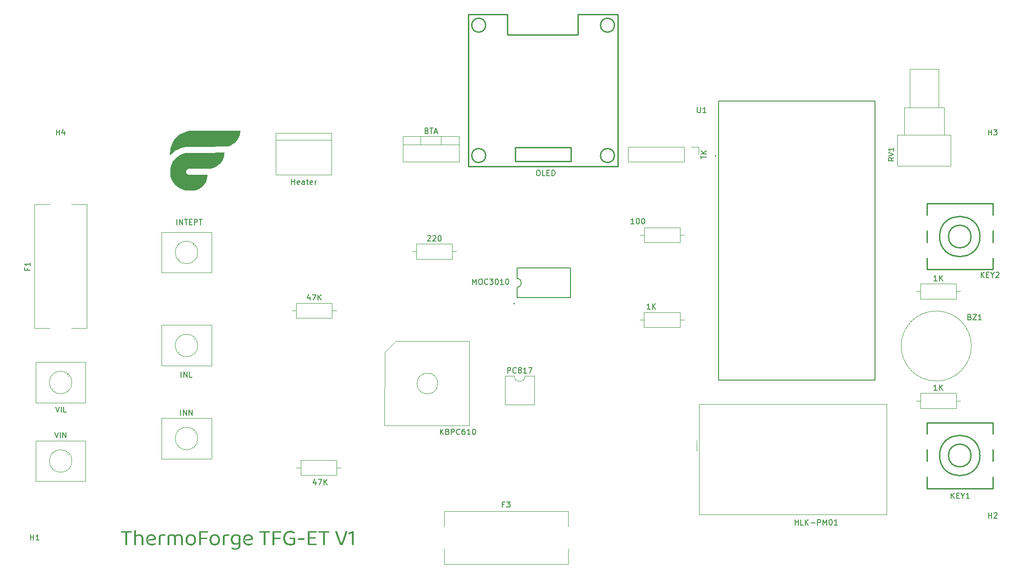
<source format=gbr>
%TF.GenerationSoftware,KiCad,Pcbnew,7.0.1*%
%TF.CreationDate,2024-11-27T13:58:02-05:00*%
%TF.ProjectId,tfg53,74666735-332e-46b6-9963-61645f706362,rev?*%
%TF.SameCoordinates,Original*%
%TF.FileFunction,Legend,Top*%
%TF.FilePolarity,Positive*%
%FSLAX46Y46*%
G04 Gerber Fmt 4.6, Leading zero omitted, Abs format (unit mm)*
G04 Created by KiCad (PCBNEW 7.0.1) date 2024-11-27 13:58:02*
%MOMM*%
%LPD*%
G01*
G04 APERTURE LIST*
%ADD10C,0.300000*%
%ADD11C,0.150000*%
%ADD12C,0.120000*%
%ADD13C,0.250000*%
%ADD14C,0.127000*%
%ADD15C,0.200000*%
%ADD16C,0.100000*%
G04 APERTURE END LIST*
D10*
G36*
X71987561Y-129102668D02*
G01*
X71966312Y-128813241D01*
X72945238Y-128813241D01*
X72960030Y-128840744D01*
X72970150Y-128868195D01*
X72978187Y-128896840D01*
X72982515Y-128926722D01*
X72983339Y-128947330D01*
X72981233Y-128979570D01*
X72974913Y-129008879D01*
X72962767Y-129038348D01*
X72949634Y-129058705D01*
X72928356Y-129079957D01*
X72902442Y-129094253D01*
X72871890Y-129101595D01*
X72852914Y-129102668D01*
X71987561Y-129102668D01*
G37*
G36*
X71996354Y-128813241D02*
G01*
X72016871Y-129102668D01*
X71034282Y-129102668D01*
X71020840Y-129076113D01*
X71009460Y-129047102D01*
X71008636Y-129044783D01*
X71001045Y-129015588D01*
X70996958Y-128985157D01*
X70996180Y-128964183D01*
X70997793Y-128934595D01*
X71003586Y-128904473D01*
X71015139Y-128875293D01*
X71029885Y-128853541D01*
X71053813Y-128832289D01*
X71083466Y-128818908D01*
X71115048Y-128813595D01*
X71126605Y-128813241D01*
X71996354Y-128813241D01*
G37*
G36*
X71819767Y-128989828D02*
G01*
X72159753Y-128989828D01*
X72159753Y-131358739D01*
X72130765Y-131367924D01*
X72099947Y-131375784D01*
X72094540Y-131377058D01*
X72064055Y-131383315D01*
X72033051Y-131386975D01*
X72004414Y-131388049D01*
X71971416Y-131386709D01*
X71941663Y-131382691D01*
X71911054Y-131374616D01*
X71881481Y-131360923D01*
X71865928Y-131349947D01*
X71845733Y-131328331D01*
X71831307Y-131301587D01*
X71822652Y-131269713D01*
X71819812Y-131237616D01*
X71819767Y-131232710D01*
X71819767Y-128989828D01*
G37*
G36*
X75085538Y-130530756D02*
G01*
X74749948Y-130530756D01*
X74749948Y-130144608D01*
X74749398Y-130113610D01*
X74747750Y-130083632D01*
X74743216Y-130040574D01*
X74736209Y-129999809D01*
X74726730Y-129961336D01*
X74714777Y-129925156D01*
X74700351Y-129891269D01*
X74683453Y-129859674D01*
X74664081Y-129830372D01*
X74642237Y-129803363D01*
X74617919Y-129778646D01*
X74609264Y-129770917D01*
X74582165Y-129749180D01*
X74553623Y-129729581D01*
X74523638Y-129712120D01*
X74492211Y-129696797D01*
X74459341Y-129683612D01*
X74425029Y-129672565D01*
X74389274Y-129663656D01*
X74352076Y-129656886D01*
X74313436Y-129652253D01*
X74273354Y-129649759D01*
X74245831Y-129649284D01*
X74215262Y-129649838D01*
X74185106Y-129651499D01*
X74155362Y-129654268D01*
X74126030Y-129658145D01*
X74097110Y-129663130D01*
X74059191Y-129671499D01*
X74022005Y-129681837D01*
X73985552Y-129694145D01*
X73949831Y-129708422D01*
X73941016Y-129712298D01*
X73906543Y-129728441D01*
X73873467Y-129745363D01*
X73841788Y-129763063D01*
X73811506Y-129781541D01*
X73782620Y-129800798D01*
X73755132Y-129820834D01*
X73729040Y-129841648D01*
X73704344Y-129863241D01*
X73641330Y-129589933D01*
X73667445Y-129572130D01*
X73695597Y-129554258D01*
X73725788Y-129536318D01*
X73758017Y-129518309D01*
X73792283Y-129500231D01*
X73819320Y-129486627D01*
X73847504Y-129472985D01*
X73876834Y-129459305D01*
X73907310Y-129445585D01*
X73938954Y-129432360D01*
X73971513Y-129420435D01*
X74004986Y-129409811D01*
X74039373Y-129400488D01*
X74074675Y-129392466D01*
X74110891Y-129385745D01*
X74148022Y-129380324D01*
X74186068Y-129376205D01*
X74225027Y-129373386D01*
X74264902Y-129371869D01*
X74291993Y-129371580D01*
X74335095Y-129372318D01*
X74377207Y-129374533D01*
X74418328Y-129378226D01*
X74458459Y-129383395D01*
X74497600Y-129390041D01*
X74535751Y-129398164D01*
X74572911Y-129407764D01*
X74609081Y-129418841D01*
X74644260Y-129431394D01*
X74678450Y-129445425D01*
X74711649Y-129460932D01*
X74743857Y-129477917D01*
X74775075Y-129496378D01*
X74805303Y-129516316D01*
X74834541Y-129537732D01*
X74862788Y-129560624D01*
X74889762Y-129585027D01*
X74914995Y-129610976D01*
X74938488Y-129638470D01*
X74960241Y-129667510D01*
X74980254Y-129698096D01*
X74998526Y-129730227D01*
X75015058Y-129763904D01*
X75029850Y-129799127D01*
X75042902Y-129835895D01*
X75054214Y-129874209D01*
X75063785Y-129914068D01*
X75071616Y-129955473D01*
X75077707Y-129998423D01*
X75082057Y-130042919D01*
X75084668Y-130088961D01*
X75085538Y-130136548D01*
X75085538Y-130530756D01*
G37*
G36*
X73409787Y-130258181D02*
G01*
X73746110Y-130258181D01*
X73746110Y-131358739D01*
X73717742Y-131367924D01*
X73688236Y-131375784D01*
X73683095Y-131377058D01*
X73653342Y-131383315D01*
X73621512Y-131386975D01*
X73590771Y-131388049D01*
X73559018Y-131386786D01*
X73525749Y-131382123D01*
X73496547Y-131374024D01*
X73468154Y-131360560D01*
X73455949Y-131352145D01*
X73433635Y-131328472D01*
X73419930Y-131301590D01*
X73411996Y-131269212D01*
X73409787Y-131236374D01*
X73409787Y-130258181D01*
G37*
G36*
X74749948Y-130261845D02*
G01*
X75085538Y-130266241D01*
X75085538Y-131358739D01*
X75056915Y-131367924D01*
X75028493Y-131375154D01*
X75020325Y-131377058D01*
X74989840Y-131383315D01*
X74958836Y-131386975D01*
X74930199Y-131388049D01*
X74897278Y-131386786D01*
X74867757Y-131383000D01*
X74837614Y-131375391D01*
X74808831Y-131362488D01*
X74793912Y-131352145D01*
X74772660Y-131328472D01*
X74759608Y-131301590D01*
X74752052Y-131269212D01*
X74749948Y-131236374D01*
X74749948Y-130261845D01*
G37*
G36*
X73746110Y-130421580D02*
G01*
X73409787Y-130421580D01*
X73409787Y-128645446D01*
X73438775Y-128635690D01*
X73469594Y-128627671D01*
X73475000Y-128626395D01*
X73506005Y-128620554D01*
X73535543Y-128617349D01*
X73566369Y-128616147D01*
X73569522Y-128616137D01*
X73601199Y-128617399D01*
X73634182Y-128622062D01*
X73662888Y-128630161D01*
X73690457Y-128643625D01*
X73702146Y-128652040D01*
X73723398Y-128675359D01*
X73736450Y-128702024D01*
X73744006Y-128734275D01*
X73746110Y-128767079D01*
X73746110Y-130421580D01*
G37*
G36*
X75835852Y-130610624D02*
G01*
X75818999Y-130346109D01*
X77087352Y-130173917D01*
X77083084Y-130131362D01*
X77076602Y-130090249D01*
X77067903Y-130050579D01*
X77056990Y-130012351D01*
X77043861Y-129975566D01*
X77028516Y-129940223D01*
X77010957Y-129906323D01*
X76991181Y-129873865D01*
X76969191Y-129842850D01*
X76944985Y-129813278D01*
X76927617Y-129794364D01*
X76899998Y-129767651D01*
X76870447Y-129743565D01*
X76838964Y-129722107D01*
X76805549Y-129703277D01*
X76770202Y-129687074D01*
X76732923Y-129673498D01*
X76693712Y-129662550D01*
X76652569Y-129654230D01*
X76609494Y-129648537D01*
X76579704Y-129646201D01*
X76549056Y-129645033D01*
X76533409Y-129644887D01*
X76501158Y-129645617D01*
X76469616Y-129647807D01*
X76438784Y-129651456D01*
X76408662Y-129656565D01*
X76379250Y-129663134D01*
X76350548Y-129671163D01*
X76322555Y-129680651D01*
X76295272Y-129691599D01*
X76268700Y-129704007D01*
X76242837Y-129717874D01*
X76217683Y-129733201D01*
X76193240Y-129749988D01*
X76169507Y-129768235D01*
X76146483Y-129787941D01*
X76124169Y-129809107D01*
X76102565Y-129831733D01*
X76081980Y-129855721D01*
X76062723Y-129880975D01*
X76044794Y-129907493D01*
X76028193Y-129935277D01*
X76012920Y-129964326D01*
X75998975Y-129994639D01*
X75986359Y-130026218D01*
X75975070Y-130059062D01*
X75965110Y-130093171D01*
X75956477Y-130128546D01*
X75949173Y-130165185D01*
X75943196Y-130203089D01*
X75938548Y-130242259D01*
X75935228Y-130282693D01*
X75933236Y-130324393D01*
X75932572Y-130367358D01*
X75932572Y-130459682D01*
X75936868Y-130501001D01*
X75942429Y-130541060D01*
X75949256Y-130579860D01*
X75957347Y-130617401D01*
X75966704Y-130653683D01*
X75977326Y-130688705D01*
X75989212Y-130722468D01*
X76002364Y-130754971D01*
X76016781Y-130786215D01*
X76032463Y-130816200D01*
X76049411Y-130844925D01*
X76067623Y-130872391D01*
X76087100Y-130898597D01*
X76107843Y-130923545D01*
X76129850Y-130947232D01*
X76153123Y-130969661D01*
X76177578Y-130990778D01*
X76203132Y-131010533D01*
X76229785Y-131028926D01*
X76257537Y-131045956D01*
X76286388Y-131061624D01*
X76316338Y-131075929D01*
X76347388Y-131088872D01*
X76379536Y-131100453D01*
X76412784Y-131110671D01*
X76447130Y-131119527D01*
X76482576Y-131127020D01*
X76519121Y-131133151D01*
X76556765Y-131137919D01*
X76595508Y-131141325D01*
X76635350Y-131143369D01*
X76676291Y-131144050D01*
X76708974Y-131143535D01*
X76741078Y-131141989D01*
X76772601Y-131139413D01*
X76803546Y-131135807D01*
X76833910Y-131131170D01*
X76863695Y-131125503D01*
X76892901Y-131118805D01*
X76921526Y-131111077D01*
X76949573Y-131102319D01*
X76986066Y-131089038D01*
X76995028Y-131085432D01*
X77029833Y-131070640D01*
X77062806Y-131055573D01*
X77093947Y-131040232D01*
X77123256Y-131024615D01*
X77150733Y-131008724D01*
X77176379Y-130992558D01*
X77205859Y-130971965D01*
X77222174Y-130959402D01*
X77246633Y-130976758D01*
X77270275Y-130998082D01*
X77290196Y-131021552D01*
X77295447Y-131029012D01*
X77309744Y-131054815D01*
X77318745Y-131082764D01*
X77322452Y-131112860D01*
X77322558Y-131119137D01*
X77319389Y-131148727D01*
X77309884Y-131177595D01*
X77294042Y-131205742D01*
X77271862Y-131233168D01*
X77248539Y-131255472D01*
X77232432Y-131268614D01*
X77202819Y-131289476D01*
X77177042Y-131305212D01*
X77149410Y-131320102D01*
X77119923Y-131334144D01*
X77088582Y-131347339D01*
X77055386Y-131359686D01*
X77020335Y-131371187D01*
X76992830Y-131379256D01*
X76955083Y-131389216D01*
X76926037Y-131395815D01*
X76896359Y-131401667D01*
X76866050Y-131406772D01*
X76835110Y-131411130D01*
X76803539Y-131414740D01*
X76771337Y-131417604D01*
X76738504Y-131419721D01*
X76705039Y-131421090D01*
X76670944Y-131421713D01*
X76659439Y-131421754D01*
X76619293Y-131421296D01*
X76579823Y-131419922D01*
X76541029Y-131417633D01*
X76502909Y-131414427D01*
X76465466Y-131410305D01*
X76428698Y-131405268D01*
X76392605Y-131399314D01*
X76357188Y-131392445D01*
X76322446Y-131384660D01*
X76288380Y-131375959D01*
X76254990Y-131366342D01*
X76222274Y-131355809D01*
X76190235Y-131344360D01*
X76158870Y-131331995D01*
X76128182Y-131318714D01*
X76098169Y-131304518D01*
X76069008Y-131289322D01*
X76040695Y-131273228D01*
X76013229Y-131256235D01*
X75986611Y-131238343D01*
X75960839Y-131219553D01*
X75935915Y-131199863D01*
X75911838Y-131179275D01*
X75888608Y-131157789D01*
X75866226Y-131135403D01*
X75844690Y-131112119D01*
X75824002Y-131087936D01*
X75804161Y-131062855D01*
X75785167Y-131036874D01*
X75767021Y-131009995D01*
X75749722Y-130982217D01*
X75733270Y-130953541D01*
X75717742Y-130923925D01*
X75703216Y-130893514D01*
X75689692Y-130862307D01*
X75677170Y-130830305D01*
X75665650Y-130797507D01*
X75655131Y-130763913D01*
X75645614Y-130729523D01*
X75637099Y-130694338D01*
X75629586Y-130658357D01*
X75623074Y-130621580D01*
X75617564Y-130584008D01*
X75613056Y-130545640D01*
X75609550Y-130506476D01*
X75607046Y-130466517D01*
X75605543Y-130425761D01*
X75605042Y-130384211D01*
X75605311Y-130354466D01*
X75606118Y-130325134D01*
X75608338Y-130281909D01*
X75611768Y-130239611D01*
X75616410Y-130198241D01*
X75622261Y-130157797D01*
X75629324Y-130118282D01*
X75637597Y-130079693D01*
X75647081Y-130042032D01*
X75657776Y-130005298D01*
X75669681Y-129969492D01*
X75673919Y-129957763D01*
X75687447Y-129923225D01*
X75701928Y-129889679D01*
X75717363Y-129857125D01*
X75733751Y-129825562D01*
X75751091Y-129794992D01*
X75769385Y-129765413D01*
X75788632Y-129736826D01*
X75808832Y-129709230D01*
X75829986Y-129682627D01*
X75852092Y-129657015D01*
X75867359Y-129640491D01*
X75891002Y-129616577D01*
X75915496Y-129593745D01*
X75940839Y-129571995D01*
X75967033Y-129551327D01*
X75994077Y-129531741D01*
X76021970Y-129513237D01*
X76050714Y-129495814D01*
X76080308Y-129479474D01*
X76110752Y-129464215D01*
X76142046Y-129450039D01*
X76163381Y-129441189D01*
X76195925Y-129428749D01*
X76228983Y-129417533D01*
X76262557Y-129407540D01*
X76296646Y-129398771D01*
X76331251Y-129391225D01*
X76366370Y-129384903D01*
X76402005Y-129379805D01*
X76438155Y-129375930D01*
X76474820Y-129373279D01*
X76512000Y-129371852D01*
X76537073Y-129371580D01*
X76568889Y-129372006D01*
X76600225Y-129373286D01*
X76631080Y-129375418D01*
X76661454Y-129378403D01*
X76691347Y-129382241D01*
X76720759Y-129386933D01*
X76749690Y-129392477D01*
X76792186Y-129402392D01*
X76833599Y-129414227D01*
X76873931Y-129427980D01*
X76913180Y-129443653D01*
X76951348Y-129461245D01*
X76988434Y-129480756D01*
X77024375Y-129501987D01*
X77058836Y-129524737D01*
X77091815Y-129549007D01*
X77123313Y-129574797D01*
X77153330Y-129602107D01*
X77181865Y-129630937D01*
X77208920Y-129661287D01*
X77234493Y-129693156D01*
X77258585Y-129726545D01*
X77281196Y-129761454D01*
X77295447Y-129785571D01*
X77315351Y-129822618D01*
X77333297Y-129860670D01*
X77349285Y-129899727D01*
X77363316Y-129939788D01*
X77375389Y-129980853D01*
X77385504Y-130022924D01*
X77393661Y-130065999D01*
X77398012Y-130095274D01*
X77401492Y-130124995D01*
X77404103Y-130155163D01*
X77405843Y-130185777D01*
X77406713Y-130216838D01*
X77406822Y-130232536D01*
X77405328Y-130265328D01*
X77400845Y-130294463D01*
X77391839Y-130323830D01*
X77376567Y-130351296D01*
X77364323Y-130365160D01*
X77338164Y-130384982D01*
X77310435Y-130398514D01*
X77278493Y-130408200D01*
X77247087Y-130413520D01*
X75835852Y-130610624D01*
G37*
G36*
X78227478Y-129787769D02*
G01*
X78227478Y-130450889D01*
X77891888Y-130450889D01*
X77891888Y-129812682D01*
X77893124Y-129777829D01*
X77896834Y-129745809D01*
X77903016Y-129716623D01*
X77913355Y-129686154D01*
X77927059Y-129659542D01*
X77945081Y-129634928D01*
X77967731Y-129610455D01*
X77990829Y-129589589D01*
X78017328Y-129568827D01*
X78042007Y-129551603D01*
X78047226Y-129548167D01*
X78075769Y-129530685D01*
X78106806Y-129513775D01*
X78140340Y-129497437D01*
X78176370Y-129481672D01*
X78205030Y-129470224D01*
X78235094Y-129459098D01*
X78266562Y-129448294D01*
X78299434Y-129437811D01*
X78333710Y-129427651D01*
X78345447Y-129424336D01*
X78381260Y-129414908D01*
X78417807Y-129406407D01*
X78455088Y-129398834D01*
X78493103Y-129392188D01*
X78531853Y-129386469D01*
X78571336Y-129381678D01*
X78611554Y-129377814D01*
X78652506Y-129374877D01*
X78694192Y-129372868D01*
X78736612Y-129371786D01*
X78765300Y-129371580D01*
X78806027Y-129372238D01*
X78844126Y-129374213D01*
X78879597Y-129377504D01*
X78912441Y-129382113D01*
X78942658Y-129388037D01*
X78983056Y-129399393D01*
X79017542Y-129413712D01*
X79046116Y-129430992D01*
X79068779Y-129451235D01*
X79089799Y-129482834D01*
X79100309Y-129519700D01*
X79101623Y-129540107D01*
X79099768Y-129570607D01*
X79094204Y-129599458D01*
X79088434Y-129617776D01*
X79076983Y-129644781D01*
X79061676Y-129670346D01*
X79055461Y-129678593D01*
X79026467Y-129673169D01*
X78996212Y-129668410D01*
X78966009Y-129664277D01*
X78945552Y-129661740D01*
X78916345Y-129658314D01*
X78887068Y-129655730D01*
X78857721Y-129653986D01*
X78828304Y-129653085D01*
X78811462Y-129652947D01*
X78775729Y-129653302D01*
X78740794Y-129654364D01*
X78706658Y-129656135D01*
X78673320Y-129658615D01*
X78640781Y-129661802D01*
X78609040Y-129665699D01*
X78578098Y-129670303D01*
X78547955Y-129675616D01*
X78518610Y-129681638D01*
X78490064Y-129688367D01*
X78471476Y-129693248D01*
X78435447Y-129703380D01*
X78400997Y-129713993D01*
X78368127Y-129725087D01*
X78336837Y-129736662D01*
X78307128Y-129748717D01*
X78278998Y-129761254D01*
X78252448Y-129774271D01*
X78227478Y-129787769D01*
G37*
G36*
X77891888Y-130258181D02*
G01*
X78227478Y-130308739D01*
X78227478Y-131358739D01*
X78199475Y-131367924D01*
X78169689Y-131375784D01*
X78164463Y-131377058D01*
X78134710Y-131383315D01*
X78102879Y-131386975D01*
X78072139Y-131388049D01*
X78040635Y-131386786D01*
X78007591Y-131382123D01*
X77978545Y-131374024D01*
X77950243Y-131360560D01*
X77938050Y-131352145D01*
X77915735Y-131328472D01*
X77902031Y-131301590D01*
X77894097Y-131269212D01*
X77891888Y-131236374D01*
X77891888Y-130258181D01*
G37*
G36*
X81041155Y-130022975D02*
G01*
X81041155Y-130505843D01*
X80704833Y-130505843D01*
X80704833Y-130047888D01*
X80703783Y-130010248D01*
X80700634Y-129974541D01*
X80695385Y-129940765D01*
X80688037Y-129908922D01*
X80678590Y-129879010D01*
X80667043Y-129851030D01*
X80653397Y-129824983D01*
X80631936Y-129793258D01*
X80606742Y-129764968D01*
X80585398Y-129746004D01*
X80554314Y-129723335D01*
X80520781Y-129703689D01*
X80494022Y-129690938D01*
X80465886Y-129679887D01*
X80436372Y-129670536D01*
X80405479Y-129662885D01*
X80373208Y-129656935D01*
X80339559Y-129652684D01*
X80304532Y-129650134D01*
X80268127Y-129649284D01*
X80235818Y-129649936D01*
X80203738Y-129651894D01*
X80171887Y-129655157D01*
X80140266Y-129659725D01*
X80108873Y-129665598D01*
X80077709Y-129672777D01*
X80046774Y-129681261D01*
X80016068Y-129691049D01*
X79986244Y-129701697D01*
X79957587Y-129712756D01*
X79930098Y-129724228D01*
X79897380Y-129739148D01*
X79866486Y-129754711D01*
X79837416Y-129770918D01*
X79810171Y-129787769D01*
X79810171Y-130505843D01*
X79474582Y-130505843D01*
X79474582Y-129804622D01*
X79475818Y-129773925D01*
X79480386Y-129740390D01*
X79488320Y-129709310D01*
X79499620Y-129680685D01*
X79509753Y-129661740D01*
X79527985Y-129636270D01*
X79551266Y-129611150D01*
X79575240Y-129589898D01*
X79602924Y-129568904D01*
X79628827Y-129551606D01*
X79634316Y-129548167D01*
X79663488Y-129530685D01*
X79694583Y-129513775D01*
X79727602Y-129497437D01*
X79762544Y-129481672D01*
X79790013Y-129470224D01*
X79818563Y-129459098D01*
X79848196Y-129448294D01*
X79878910Y-129437811D01*
X79910707Y-129427651D01*
X79921546Y-129424336D01*
X79954263Y-129414908D01*
X79987019Y-129406407D01*
X80019814Y-129398834D01*
X80052647Y-129392188D01*
X80085519Y-129386469D01*
X80118430Y-129381678D01*
X80151379Y-129377814D01*
X80184367Y-129374877D01*
X80217393Y-129372868D01*
X80250458Y-129371786D01*
X80272523Y-129371580D01*
X80312196Y-129372153D01*
X80350979Y-129373872D01*
X80388874Y-129376738D01*
X80425881Y-129380750D01*
X80461998Y-129385909D01*
X80497227Y-129392213D01*
X80531568Y-129399665D01*
X80565019Y-129408262D01*
X80597582Y-129418006D01*
X80629256Y-129428896D01*
X80649878Y-129436793D01*
X80679912Y-129449445D01*
X80708465Y-129462947D01*
X80735537Y-129477300D01*
X80761127Y-129492503D01*
X80792943Y-129514095D01*
X80822127Y-129537199D01*
X80848677Y-129561814D01*
X80872593Y-129587941D01*
X80893877Y-129615578D01*
X80914634Y-129636676D01*
X80934234Y-129659070D01*
X80936375Y-129661740D01*
X80954074Y-129687261D01*
X80968340Y-129713868D01*
X80969348Y-129715962D01*
X80983773Y-129743073D01*
X80997008Y-129773848D01*
X81007612Y-129803781D01*
X81017304Y-129836519D01*
X81019906Y-129846388D01*
X81027128Y-129876931D01*
X81032855Y-129908658D01*
X81037088Y-129941571D01*
X81039827Y-129975669D01*
X81040968Y-130004988D01*
X81041155Y-130022975D01*
G37*
G36*
X82271406Y-130031035D02*
G01*
X82271406Y-130505843D01*
X81935817Y-130505843D01*
X81935817Y-130047888D01*
X81934780Y-130010248D01*
X81931669Y-129974541D01*
X81926485Y-129940765D01*
X81919227Y-129908922D01*
X81909896Y-129879010D01*
X81898491Y-129851030D01*
X81885012Y-129824983D01*
X81863814Y-129793258D01*
X81838930Y-129764968D01*
X81817848Y-129746004D01*
X81787279Y-129723335D01*
X81754192Y-129703689D01*
X81727723Y-129690938D01*
X81699838Y-129679887D01*
X81670536Y-129670536D01*
X81639817Y-129662885D01*
X81607682Y-129656935D01*
X81574129Y-129652684D01*
X81539160Y-129650134D01*
X81502774Y-129649284D01*
X81466287Y-129650234D01*
X81430097Y-129653085D01*
X81394204Y-129657836D01*
X81358610Y-129664488D01*
X81323313Y-129673040D01*
X81288314Y-129683493D01*
X81253612Y-129695846D01*
X81219208Y-129710100D01*
X81185560Y-129726129D01*
X81152759Y-129743806D01*
X81120805Y-129763131D01*
X81089699Y-129784106D01*
X81059439Y-129806729D01*
X81030027Y-129831000D01*
X81001462Y-129856921D01*
X80973744Y-129884490D01*
X80839655Y-129640491D01*
X80867991Y-129613655D01*
X80890610Y-129594129D01*
X80914402Y-129575118D01*
X80939365Y-129556622D01*
X80965501Y-129538642D01*
X80992809Y-129521177D01*
X81021289Y-129504226D01*
X81050940Y-129487792D01*
X81081764Y-129471872D01*
X81113760Y-129456467D01*
X81124686Y-129451447D01*
X81158241Y-129437174D01*
X81192684Y-129424305D01*
X81228016Y-129412839D01*
X81264237Y-129402778D01*
X81301346Y-129394120D01*
X81339344Y-129386867D01*
X81378231Y-129381017D01*
X81418007Y-129376571D01*
X81458671Y-129373530D01*
X81500224Y-129371892D01*
X81528420Y-129371580D01*
X81570338Y-129372211D01*
X81611187Y-129374104D01*
X81650966Y-129377260D01*
X81689677Y-129381678D01*
X81727319Y-129387358D01*
X81763892Y-129394300D01*
X81799395Y-129402505D01*
X81833830Y-129411971D01*
X81867196Y-129422700D01*
X81899492Y-129434692D01*
X81920430Y-129443387D01*
X81950966Y-129457383D01*
X81980201Y-129472719D01*
X82008136Y-129489394D01*
X82034770Y-129507409D01*
X82060102Y-129526764D01*
X82084134Y-129547457D01*
X82106865Y-129569491D01*
X82128295Y-129592864D01*
X82148425Y-129617576D01*
X82167253Y-129643628D01*
X82179083Y-129661740D01*
X82195582Y-129689887D01*
X82210458Y-129719374D01*
X82223712Y-129750200D01*
X82235342Y-129782366D01*
X82245350Y-129815871D01*
X82253735Y-129850715D01*
X82260497Y-129886900D01*
X82265636Y-129924423D01*
X82269152Y-129963287D01*
X82271046Y-130003489D01*
X82271406Y-130031035D01*
G37*
G36*
X79474582Y-130283094D02*
G01*
X79810171Y-130283094D01*
X79810171Y-131358739D01*
X79782169Y-131367924D01*
X79752383Y-131375784D01*
X79747157Y-131377058D01*
X79717404Y-131383315D01*
X79685573Y-131386975D01*
X79654833Y-131388049D01*
X79623328Y-131386786D01*
X79590285Y-131382123D01*
X79561238Y-131374024D01*
X79532937Y-131360560D01*
X79520744Y-131352145D01*
X79498429Y-131328472D01*
X79484725Y-131301590D01*
X79476791Y-131269212D01*
X79474582Y-131236374D01*
X79474582Y-130283094D01*
G37*
G36*
X80704833Y-130283094D02*
G01*
X81041155Y-130283094D01*
X81041155Y-131358739D01*
X81012167Y-131367924D01*
X80981349Y-131375784D01*
X80975942Y-131377058D01*
X80945458Y-131383315D01*
X80914453Y-131386975D01*
X80885817Y-131388049D01*
X80852870Y-131386786D01*
X80823272Y-131383000D01*
X80792973Y-131375391D01*
X80763927Y-131362488D01*
X80748797Y-131352145D01*
X80727545Y-131328472D01*
X80714493Y-131301590D01*
X80706937Y-131269212D01*
X80704833Y-131236374D01*
X80704833Y-130283094D01*
G37*
G36*
X81935817Y-130283094D02*
G01*
X82271406Y-130283094D01*
X82271406Y-131358739D01*
X82242784Y-131367924D01*
X82214362Y-131375154D01*
X82206194Y-131377058D01*
X82175709Y-131383315D01*
X82144705Y-131386975D01*
X82116068Y-131388049D01*
X82083147Y-131386786D01*
X82053626Y-131383000D01*
X82023482Y-131375391D01*
X81994700Y-131362488D01*
X81979781Y-131352145D01*
X81958529Y-131328472D01*
X81945477Y-131301590D01*
X81937921Y-131269212D01*
X81935817Y-131236374D01*
X81935817Y-130283094D01*
G37*
G36*
X83784760Y-129372072D02*
G01*
X83819639Y-129373549D01*
X83853957Y-129376010D01*
X83887714Y-129379457D01*
X83920910Y-129383887D01*
X83953545Y-129389303D01*
X83985619Y-129395702D01*
X84017132Y-129403087D01*
X84048084Y-129411456D01*
X84078475Y-129420810D01*
X84108305Y-129431148D01*
X84137574Y-129442471D01*
X84166283Y-129454779D01*
X84194430Y-129468071D01*
X84222016Y-129482348D01*
X84249041Y-129497609D01*
X84275416Y-129513766D01*
X84301053Y-129530731D01*
X84325952Y-129548502D01*
X84350112Y-129567081D01*
X84373533Y-129586467D01*
X84396216Y-129606660D01*
X84418161Y-129627660D01*
X84439367Y-129649467D01*
X84459835Y-129672081D01*
X84479564Y-129695503D01*
X84498555Y-129719732D01*
X84516807Y-129744767D01*
X84534321Y-129770610D01*
X84551097Y-129797261D01*
X84567134Y-129824718D01*
X84582432Y-129852982D01*
X84596984Y-129881896D01*
X84610597Y-129911486D01*
X84623270Y-129941751D01*
X84635006Y-129972692D01*
X84645802Y-130004308D01*
X84655659Y-130036600D01*
X84664578Y-130069567D01*
X84672558Y-130103209D01*
X84679599Y-130137527D01*
X84685701Y-130172521D01*
X84690865Y-130208190D01*
X84695089Y-130244534D01*
X84698375Y-130281554D01*
X84700722Y-130319250D01*
X84702130Y-130357620D01*
X84702600Y-130396667D01*
X84702139Y-130435192D01*
X84700757Y-130473100D01*
X84698452Y-130510389D01*
X84695227Y-130547059D01*
X84691079Y-130583112D01*
X84686010Y-130618546D01*
X84680020Y-130653362D01*
X84673107Y-130687560D01*
X84665274Y-130721140D01*
X84656518Y-130754101D01*
X84646841Y-130786444D01*
X84636242Y-130818169D01*
X84624722Y-130849276D01*
X84612280Y-130879764D01*
X84598916Y-130909634D01*
X84584630Y-130938886D01*
X84569595Y-130967328D01*
X84553799Y-130994951D01*
X84537241Y-131021756D01*
X84519921Y-131047742D01*
X84501841Y-131072910D01*
X84482999Y-131097258D01*
X84463395Y-131120789D01*
X84443031Y-131143500D01*
X84421905Y-131165394D01*
X84400017Y-131186468D01*
X84377368Y-131206724D01*
X84353958Y-131226161D01*
X84329787Y-131244780D01*
X84304854Y-131262580D01*
X84279160Y-131279562D01*
X84252704Y-131295725D01*
X84225665Y-131310986D01*
X84198036Y-131325263D01*
X84169817Y-131338555D01*
X84141009Y-131350863D01*
X84111611Y-131362186D01*
X84081624Y-131372524D01*
X84051047Y-131381878D01*
X84019880Y-131390247D01*
X83988124Y-131397631D01*
X83955778Y-131404031D01*
X83922842Y-131409447D01*
X83889317Y-131413877D01*
X83855202Y-131417323D01*
X83820498Y-131419785D01*
X83785204Y-131421262D01*
X83749320Y-131421754D01*
X83713339Y-131421262D01*
X83677936Y-131419785D01*
X83643112Y-131417323D01*
X83608865Y-131413877D01*
X83575197Y-131409447D01*
X83542107Y-131404031D01*
X83509595Y-131397631D01*
X83477661Y-131390247D01*
X83446305Y-131381878D01*
X83415528Y-131372524D01*
X83385328Y-131362186D01*
X83355707Y-131350863D01*
X83326664Y-131338555D01*
X83298200Y-131325263D01*
X83270313Y-131310986D01*
X83243005Y-131295725D01*
X83216369Y-131279562D01*
X83190500Y-131262580D01*
X83165398Y-131244780D01*
X83141064Y-131226161D01*
X83117496Y-131206724D01*
X83094696Y-131186468D01*
X83072662Y-131165394D01*
X83051396Y-131143500D01*
X83030897Y-131120789D01*
X83011165Y-131097258D01*
X82992200Y-131072910D01*
X82974002Y-131047742D01*
X82956571Y-131021756D01*
X82939907Y-130994951D01*
X82924010Y-130967328D01*
X82908880Y-130938886D01*
X82894684Y-130909634D01*
X82881403Y-130879764D01*
X82869038Y-130849276D01*
X82857589Y-130818169D01*
X82847056Y-130786444D01*
X82837439Y-130754101D01*
X82828738Y-130721140D01*
X82820953Y-130687560D01*
X82814084Y-130653362D01*
X82808130Y-130618546D01*
X82803093Y-130583112D01*
X82798971Y-130547059D01*
X82795765Y-130510389D01*
X82793476Y-130473100D01*
X82792102Y-130435192D01*
X82791644Y-130396667D01*
X83136026Y-130396667D01*
X83136656Y-130440118D01*
X83138545Y-130482362D01*
X83141693Y-130523397D01*
X83146101Y-130563225D01*
X83151768Y-130601845D01*
X83158695Y-130639257D01*
X83166881Y-130675462D01*
X83176326Y-130710458D01*
X83187031Y-130744246D01*
X83198995Y-130776827D01*
X83212218Y-130808200D01*
X83226701Y-130838365D01*
X83242444Y-130867322D01*
X83259445Y-130895071D01*
X83277706Y-130921613D01*
X83297226Y-130946946D01*
X83317969Y-130970814D01*
X83339713Y-130993142D01*
X83362459Y-131013931D01*
X83386207Y-131033179D01*
X83410957Y-131050888D01*
X83436708Y-131067056D01*
X83463461Y-131081685D01*
X83491216Y-131094774D01*
X83519973Y-131106323D01*
X83549732Y-131116332D01*
X83580492Y-131124802D01*
X83612254Y-131131731D01*
X83645018Y-131137121D01*
X83678783Y-131140970D01*
X83713551Y-131143280D01*
X83749320Y-131144050D01*
X83784554Y-131143271D01*
X83818815Y-131140936D01*
X83852102Y-131137043D01*
X83884417Y-131131594D01*
X83915758Y-131124587D01*
X83946126Y-131116023D01*
X83975521Y-131105902D01*
X84003943Y-131094224D01*
X84031392Y-131080990D01*
X84057867Y-131066198D01*
X84083370Y-131049849D01*
X84107899Y-131031943D01*
X84131455Y-131012479D01*
X84154038Y-130991459D01*
X84175648Y-130968882D01*
X84196284Y-130944748D01*
X84215893Y-130919251D01*
X84234237Y-130892587D01*
X84251316Y-130864755D01*
X84267130Y-130835754D01*
X84281679Y-130805587D01*
X84294962Y-130774251D01*
X84306981Y-130741748D01*
X84317734Y-130708077D01*
X84327222Y-130673238D01*
X84335446Y-130637231D01*
X84342404Y-130600056D01*
X84348097Y-130561714D01*
X84352524Y-130522204D01*
X84355687Y-130481526D01*
X84357585Y-130439680D01*
X84358217Y-130396667D01*
X84357585Y-130353653D01*
X84355687Y-130311808D01*
X84352524Y-130271130D01*
X84348097Y-130231620D01*
X84342404Y-130193277D01*
X84335446Y-130156103D01*
X84327222Y-130120096D01*
X84317734Y-130085257D01*
X84306981Y-130051586D01*
X84294962Y-130019083D01*
X84281679Y-129987747D01*
X84267130Y-129957579D01*
X84251316Y-129928579D01*
X84234237Y-129900747D01*
X84215893Y-129874083D01*
X84196284Y-129848586D01*
X84175648Y-129824452D01*
X84154038Y-129801875D01*
X84131455Y-129780854D01*
X84107899Y-129761391D01*
X84083370Y-129743485D01*
X84057867Y-129727136D01*
X84031392Y-129712344D01*
X84003943Y-129699109D01*
X83975521Y-129687431D01*
X83946126Y-129677311D01*
X83915758Y-129668747D01*
X83884417Y-129661740D01*
X83852102Y-129656291D01*
X83818815Y-129652398D01*
X83784554Y-129650062D01*
X83749320Y-129649284D01*
X83714598Y-129650062D01*
X83680775Y-129652398D01*
X83647851Y-129656291D01*
X83615826Y-129661740D01*
X83584699Y-129668747D01*
X83554471Y-129677311D01*
X83525142Y-129687431D01*
X83496712Y-129699109D01*
X83469180Y-129712344D01*
X83442547Y-129727136D01*
X83416813Y-129743485D01*
X83391977Y-129761391D01*
X83368041Y-129780854D01*
X83345003Y-129801875D01*
X83322863Y-129824452D01*
X83301623Y-129848586D01*
X83281570Y-129874083D01*
X83262811Y-129900747D01*
X83245346Y-129928579D01*
X83229174Y-129957579D01*
X83214296Y-129987747D01*
X83200712Y-130019083D01*
X83188422Y-130051586D01*
X83177425Y-130085257D01*
X83167722Y-130120096D01*
X83159313Y-130156103D01*
X83152198Y-130193277D01*
X83146376Y-130231620D01*
X83141848Y-130271130D01*
X83138614Y-130311808D01*
X83136673Y-130353653D01*
X83136026Y-130396667D01*
X82791644Y-130396667D01*
X82792110Y-130357620D01*
X82793510Y-130319250D01*
X82795843Y-130281554D01*
X82799108Y-130244534D01*
X82803307Y-130208190D01*
X82808439Y-130172521D01*
X82814504Y-130137527D01*
X82821502Y-130103209D01*
X82829434Y-130069567D01*
X82838298Y-130036600D01*
X82848095Y-130004308D01*
X82858826Y-129972692D01*
X82870489Y-129941751D01*
X82883086Y-129911486D01*
X82896616Y-129881896D01*
X82911078Y-129852982D01*
X82926474Y-129824718D01*
X82942620Y-129797261D01*
X82959516Y-129770610D01*
X82977161Y-129744767D01*
X82995557Y-129719732D01*
X83014702Y-129695503D01*
X83034598Y-129672081D01*
X83055243Y-129649467D01*
X83076638Y-129627660D01*
X83098783Y-129606660D01*
X83121678Y-129586467D01*
X83145323Y-129567081D01*
X83169717Y-129548502D01*
X83194862Y-129530731D01*
X83220756Y-129513766D01*
X83247401Y-129497609D01*
X83274692Y-129482348D01*
X83302527Y-129468071D01*
X83330906Y-129454779D01*
X83359829Y-129442471D01*
X83389295Y-129431148D01*
X83419306Y-129420810D01*
X83449860Y-129411456D01*
X83480958Y-129403087D01*
X83512600Y-129395702D01*
X83544786Y-129389303D01*
X83577515Y-129383887D01*
X83610788Y-129379457D01*
X83644606Y-129376010D01*
X83678967Y-129373549D01*
X83713871Y-129372072D01*
X83749320Y-129371580D01*
X83784760Y-129372072D01*
G37*
G36*
X85620709Y-130333652D02*
G01*
X85280723Y-130329256D01*
X85280723Y-128997888D01*
X85282500Y-128967723D01*
X85289067Y-128935461D01*
X85300472Y-128906354D01*
X85316716Y-128880403D01*
X85331281Y-128863799D01*
X85354978Y-128844099D01*
X85381831Y-128829237D01*
X85411839Y-128819215D01*
X85445003Y-128814031D01*
X85465370Y-128813241D01*
X85497106Y-128814712D01*
X85528843Y-128819128D01*
X85557694Y-128825697D01*
X85586298Y-128833828D01*
X85614920Y-128844109D01*
X85620709Y-128846946D01*
X85620709Y-130333652D01*
G37*
G36*
X85465370Y-130266241D02*
G01*
X85465370Y-129976813D01*
X86713207Y-129976813D01*
X86727220Y-130004763D01*
X86738120Y-130033234D01*
X86746185Y-130063373D01*
X86749980Y-130092911D01*
X86750576Y-130110903D01*
X86748469Y-130143143D01*
X86742150Y-130172452D01*
X86730004Y-130201921D01*
X86716871Y-130222278D01*
X86695947Y-130243530D01*
X86670271Y-130257826D01*
X86639842Y-130265168D01*
X86620883Y-130266241D01*
X85465370Y-130266241D01*
G37*
G36*
X85465370Y-129102668D02*
G01*
X85465370Y-128813241D01*
X86859753Y-128813241D01*
X86874359Y-128838923D01*
X86885398Y-128868195D01*
X86892989Y-128896840D01*
X86897076Y-128926722D01*
X86897854Y-128947330D01*
X86895748Y-128979570D01*
X86889428Y-129008879D01*
X86877282Y-129038348D01*
X86864149Y-129058705D01*
X86842871Y-129079957D01*
X86816957Y-129094253D01*
X86786405Y-129101595D01*
X86767429Y-129102668D01*
X85465370Y-129102668D01*
G37*
G36*
X85280723Y-129871301D02*
G01*
X85625105Y-129871301D01*
X85625105Y-131362403D01*
X85596482Y-131368729D01*
X85565385Y-131375798D01*
X85559892Y-131377058D01*
X85529407Y-131383315D01*
X85498403Y-131386975D01*
X85469767Y-131388049D01*
X85436691Y-131386709D01*
X85406706Y-131382691D01*
X85375631Y-131374616D01*
X85348763Y-131362895D01*
X85329083Y-131349947D01*
X85307925Y-131328560D01*
X85292813Y-131302503D01*
X85283745Y-131271774D01*
X85280770Y-131241054D01*
X85280723Y-131236374D01*
X85280723Y-129871301D01*
G37*
G36*
X88148891Y-129372072D02*
G01*
X88183770Y-129373549D01*
X88218088Y-129376010D01*
X88251845Y-129379457D01*
X88285041Y-129383887D01*
X88317676Y-129389303D01*
X88349750Y-129395702D01*
X88381263Y-129403087D01*
X88412215Y-129411456D01*
X88442607Y-129420810D01*
X88472437Y-129431148D01*
X88501706Y-129442471D01*
X88530414Y-129454779D01*
X88558561Y-129468071D01*
X88586147Y-129482348D01*
X88613172Y-129497609D01*
X88639547Y-129513766D01*
X88665184Y-129530731D01*
X88690083Y-129548502D01*
X88714243Y-129567081D01*
X88737664Y-129586467D01*
X88760347Y-129606660D01*
X88782292Y-129627660D01*
X88803498Y-129649467D01*
X88823966Y-129672081D01*
X88843695Y-129695503D01*
X88862686Y-129719732D01*
X88880938Y-129744767D01*
X88898452Y-129770610D01*
X88915228Y-129797261D01*
X88931265Y-129824718D01*
X88946563Y-129852982D01*
X88961115Y-129881896D01*
X88974728Y-129911486D01*
X88987402Y-129941751D01*
X88999137Y-129972692D01*
X89009933Y-130004308D01*
X89019791Y-130036600D01*
X89028709Y-130069567D01*
X89036689Y-130103209D01*
X89043730Y-130137527D01*
X89049832Y-130172521D01*
X89054996Y-130208190D01*
X89059221Y-130244534D01*
X89062506Y-130281554D01*
X89064853Y-130319250D01*
X89066262Y-130357620D01*
X89066731Y-130396667D01*
X89066270Y-130435192D01*
X89064888Y-130473100D01*
X89062584Y-130510389D01*
X89059358Y-130547059D01*
X89055211Y-130583112D01*
X89050142Y-130618546D01*
X89044151Y-130653362D01*
X89037239Y-130687560D01*
X89029405Y-130721140D01*
X89020649Y-130754101D01*
X89010972Y-130786444D01*
X89000373Y-130818169D01*
X88988853Y-130849276D01*
X88976411Y-130879764D01*
X88963047Y-130909634D01*
X88948762Y-130938886D01*
X88933726Y-130967328D01*
X88917930Y-130994951D01*
X88901372Y-131021756D01*
X88884053Y-131047742D01*
X88865972Y-131072910D01*
X88847130Y-131097258D01*
X88827527Y-131120789D01*
X88807162Y-131143500D01*
X88786036Y-131165394D01*
X88764148Y-131186468D01*
X88741500Y-131206724D01*
X88718090Y-131226161D01*
X88693918Y-131244780D01*
X88668985Y-131262580D01*
X88643291Y-131279562D01*
X88616836Y-131295725D01*
X88589796Y-131310986D01*
X88562167Y-131325263D01*
X88533949Y-131338555D01*
X88505140Y-131350863D01*
X88475742Y-131362186D01*
X88445755Y-131372524D01*
X88415178Y-131381878D01*
X88384011Y-131390247D01*
X88352255Y-131397631D01*
X88319909Y-131404031D01*
X88286973Y-131409447D01*
X88253448Y-131413877D01*
X88219333Y-131417323D01*
X88184629Y-131419785D01*
X88149335Y-131421262D01*
X88113451Y-131421754D01*
X88077470Y-131421262D01*
X88042067Y-131419785D01*
X88007243Y-131417323D01*
X87972996Y-131413877D01*
X87939328Y-131409447D01*
X87906238Y-131404031D01*
X87873726Y-131397631D01*
X87841792Y-131390247D01*
X87810436Y-131381878D01*
X87779659Y-131372524D01*
X87749460Y-131362186D01*
X87719839Y-131350863D01*
X87690796Y-131338555D01*
X87662331Y-131325263D01*
X87634444Y-131310986D01*
X87607136Y-131295725D01*
X87580500Y-131279562D01*
X87554631Y-131262580D01*
X87529529Y-131244780D01*
X87505195Y-131226161D01*
X87481627Y-131206724D01*
X87458827Y-131186468D01*
X87436794Y-131165394D01*
X87415527Y-131143500D01*
X87395028Y-131120789D01*
X87375296Y-131097258D01*
X87356331Y-131072910D01*
X87338133Y-131047742D01*
X87320702Y-131021756D01*
X87304038Y-130994951D01*
X87288141Y-130967328D01*
X87273012Y-130938886D01*
X87258815Y-130909634D01*
X87245534Y-130879764D01*
X87233169Y-130849276D01*
X87221721Y-130818169D01*
X87211188Y-130786444D01*
X87201570Y-130754101D01*
X87192869Y-130721140D01*
X87185084Y-130687560D01*
X87178215Y-130653362D01*
X87172261Y-130618546D01*
X87167224Y-130583112D01*
X87163102Y-130547059D01*
X87159897Y-130510389D01*
X87157607Y-130473100D01*
X87156233Y-130435192D01*
X87155775Y-130396667D01*
X87500157Y-130396667D01*
X87500787Y-130440118D01*
X87502676Y-130482362D01*
X87505825Y-130523397D01*
X87510232Y-130563225D01*
X87515900Y-130601845D01*
X87522826Y-130639257D01*
X87531012Y-130675462D01*
X87540457Y-130710458D01*
X87551162Y-130744246D01*
X87563126Y-130776827D01*
X87576350Y-130808200D01*
X87590833Y-130838365D01*
X87606575Y-130867322D01*
X87623576Y-130895071D01*
X87641837Y-130921613D01*
X87661358Y-130946946D01*
X87682100Y-130970814D01*
X87703844Y-130993142D01*
X87726591Y-131013931D01*
X87750338Y-131033179D01*
X87775088Y-131050888D01*
X87800839Y-131067056D01*
X87827593Y-131081685D01*
X87855348Y-131094774D01*
X87884104Y-131106323D01*
X87913863Y-131116332D01*
X87944623Y-131124802D01*
X87976385Y-131131731D01*
X88009149Y-131137121D01*
X88042915Y-131140970D01*
X88077682Y-131143280D01*
X88113451Y-131144050D01*
X88148685Y-131143271D01*
X88182946Y-131140936D01*
X88216233Y-131137043D01*
X88248548Y-131131594D01*
X88279889Y-131124587D01*
X88310257Y-131116023D01*
X88339652Y-131105902D01*
X88368074Y-131094224D01*
X88395523Y-131080990D01*
X88421999Y-131066198D01*
X88447501Y-131049849D01*
X88472030Y-131031943D01*
X88495586Y-131012479D01*
X88518169Y-130991459D01*
X88539779Y-130968882D01*
X88560416Y-130944748D01*
X88580025Y-130919251D01*
X88598369Y-130892587D01*
X88615447Y-130864755D01*
X88631261Y-130835754D01*
X88645810Y-130805587D01*
X88659093Y-130774251D01*
X88671112Y-130741748D01*
X88681865Y-130708077D01*
X88691354Y-130673238D01*
X88699577Y-130637231D01*
X88706535Y-130600056D01*
X88712228Y-130561714D01*
X88716656Y-130522204D01*
X88719818Y-130481526D01*
X88721716Y-130439680D01*
X88722349Y-130396667D01*
X88721716Y-130353653D01*
X88719818Y-130311808D01*
X88716656Y-130271130D01*
X88712228Y-130231620D01*
X88706535Y-130193277D01*
X88699577Y-130156103D01*
X88691354Y-130120096D01*
X88681865Y-130085257D01*
X88671112Y-130051586D01*
X88659093Y-130019083D01*
X88645810Y-129987747D01*
X88631261Y-129957579D01*
X88615447Y-129928579D01*
X88598369Y-129900747D01*
X88580025Y-129874083D01*
X88560416Y-129848586D01*
X88539779Y-129824452D01*
X88518169Y-129801875D01*
X88495586Y-129780854D01*
X88472030Y-129761391D01*
X88447501Y-129743485D01*
X88421999Y-129727136D01*
X88395523Y-129712344D01*
X88368074Y-129699109D01*
X88339652Y-129687431D01*
X88310257Y-129677311D01*
X88279889Y-129668747D01*
X88248548Y-129661740D01*
X88216233Y-129656291D01*
X88182946Y-129652398D01*
X88148685Y-129650062D01*
X88113451Y-129649284D01*
X88078730Y-129650062D01*
X88044907Y-129652398D01*
X88011983Y-129656291D01*
X87979957Y-129661740D01*
X87948831Y-129668747D01*
X87918603Y-129677311D01*
X87889273Y-129687431D01*
X87860843Y-129699109D01*
X87833311Y-129712344D01*
X87806678Y-129727136D01*
X87780944Y-129743485D01*
X87756109Y-129761391D01*
X87732172Y-129780854D01*
X87709134Y-129801875D01*
X87686995Y-129824452D01*
X87665754Y-129848586D01*
X87645701Y-129874083D01*
X87626942Y-129900747D01*
X87609477Y-129928579D01*
X87593305Y-129957579D01*
X87578428Y-129987747D01*
X87564844Y-130019083D01*
X87552553Y-130051586D01*
X87541557Y-130085257D01*
X87531854Y-130120096D01*
X87523444Y-130156103D01*
X87516329Y-130193277D01*
X87510507Y-130231620D01*
X87505979Y-130271130D01*
X87502745Y-130311808D01*
X87500804Y-130353653D01*
X87500157Y-130396667D01*
X87155775Y-130396667D01*
X87156241Y-130357620D01*
X87157641Y-130319250D01*
X87159974Y-130281554D01*
X87163240Y-130244534D01*
X87167438Y-130208190D01*
X87172570Y-130172521D01*
X87178635Y-130137527D01*
X87185634Y-130103209D01*
X87193565Y-130069567D01*
X87202429Y-130036600D01*
X87212227Y-130004308D01*
X87222957Y-129972692D01*
X87234621Y-129941751D01*
X87247217Y-129911486D01*
X87260747Y-129881896D01*
X87275210Y-129852982D01*
X87290606Y-129824718D01*
X87306751Y-129797261D01*
X87323647Y-129770610D01*
X87341293Y-129744767D01*
X87359688Y-129719732D01*
X87378834Y-129695503D01*
X87398729Y-129672081D01*
X87419374Y-129649467D01*
X87440769Y-129627660D01*
X87462914Y-129606660D01*
X87485809Y-129586467D01*
X87509454Y-129567081D01*
X87533849Y-129548502D01*
X87558993Y-129530731D01*
X87584888Y-129513766D01*
X87611532Y-129497609D01*
X87638823Y-129482348D01*
X87666658Y-129468071D01*
X87695037Y-129454779D01*
X87723960Y-129442471D01*
X87753427Y-129431148D01*
X87783437Y-129420810D01*
X87813991Y-129411456D01*
X87845089Y-129403087D01*
X87876731Y-129395702D01*
X87908917Y-129389303D01*
X87941646Y-129383887D01*
X87974920Y-129379457D01*
X88008737Y-129376010D01*
X88043098Y-129373549D01*
X88078003Y-129372072D01*
X88113451Y-129371580D01*
X88148891Y-129372072D01*
G37*
G36*
X89921825Y-129787769D02*
G01*
X89921825Y-130450889D01*
X89586236Y-130450889D01*
X89586236Y-129812682D01*
X89587472Y-129777829D01*
X89591181Y-129745809D01*
X89597364Y-129716623D01*
X89607702Y-129686154D01*
X89621406Y-129659542D01*
X89639428Y-129634928D01*
X89662079Y-129610455D01*
X89685177Y-129589589D01*
X89711675Y-129568827D01*
X89736355Y-129551603D01*
X89741574Y-129548167D01*
X89770116Y-129530685D01*
X89801154Y-129513775D01*
X89834688Y-129497437D01*
X89870717Y-129481672D01*
X89899377Y-129470224D01*
X89929442Y-129459098D01*
X89960910Y-129448294D01*
X89993781Y-129437811D01*
X90028057Y-129427651D01*
X90039794Y-129424336D01*
X90075607Y-129414908D01*
X90112154Y-129406407D01*
X90149435Y-129398834D01*
X90187451Y-129392188D01*
X90226200Y-129386469D01*
X90265684Y-129381678D01*
X90305902Y-129377814D01*
X90346854Y-129374877D01*
X90388540Y-129372868D01*
X90430960Y-129371786D01*
X90459648Y-129371580D01*
X90500374Y-129372238D01*
X90538473Y-129374213D01*
X90573945Y-129377504D01*
X90606789Y-129382113D01*
X90637005Y-129388037D01*
X90677404Y-129399393D01*
X90711890Y-129413712D01*
X90740464Y-129430992D01*
X90763126Y-129451235D01*
X90784146Y-129482834D01*
X90794657Y-129519700D01*
X90795970Y-129540107D01*
X90794116Y-129570607D01*
X90788551Y-129599458D01*
X90782781Y-129617776D01*
X90771330Y-129644781D01*
X90756023Y-129670346D01*
X90749808Y-129678593D01*
X90720814Y-129673169D01*
X90690559Y-129668410D01*
X90660357Y-129664277D01*
X90639899Y-129661740D01*
X90610692Y-129658314D01*
X90581415Y-129655730D01*
X90552068Y-129653986D01*
X90522651Y-129653085D01*
X90505810Y-129652947D01*
X90470076Y-129653302D01*
X90435142Y-129654364D01*
X90401005Y-129656135D01*
X90367668Y-129658615D01*
X90335128Y-129661802D01*
X90303388Y-129665699D01*
X90272446Y-129670303D01*
X90242302Y-129675616D01*
X90212957Y-129681638D01*
X90184411Y-129688367D01*
X90165824Y-129693248D01*
X90129794Y-129703380D01*
X90095344Y-129713993D01*
X90062475Y-129725087D01*
X90031185Y-129736662D01*
X90001475Y-129748717D01*
X89973345Y-129761254D01*
X89946795Y-129774271D01*
X89921825Y-129787769D01*
G37*
G36*
X89586236Y-130258181D02*
G01*
X89921825Y-130308739D01*
X89921825Y-131358739D01*
X89893823Y-131367924D01*
X89864037Y-131375784D01*
X89858811Y-131377058D01*
X89829058Y-131383315D01*
X89797227Y-131386975D01*
X89766487Y-131388049D01*
X89734982Y-131386786D01*
X89701939Y-131382123D01*
X89672892Y-131374024D01*
X89644590Y-131360560D01*
X89632397Y-131352145D01*
X89610083Y-131328472D01*
X89596379Y-131301590D01*
X89588444Y-131269212D01*
X89586236Y-131236374D01*
X89586236Y-130258181D01*
G37*
G36*
X91945621Y-131308181D02*
G01*
X91915359Y-131307812D01*
X91885389Y-131306704D01*
X91855710Y-131304858D01*
X91826324Y-131302274D01*
X91782792Y-131297012D01*
X91739916Y-131290089D01*
X91697698Y-131281505D01*
X91656136Y-131271259D01*
X91615232Y-131259351D01*
X91574984Y-131245782D01*
X91535393Y-131230551D01*
X91496459Y-131213659D01*
X91458555Y-131194887D01*
X91422055Y-131174015D01*
X91386960Y-131151043D01*
X91353268Y-131125972D01*
X91320980Y-131098802D01*
X91290096Y-131069532D01*
X91260615Y-131038163D01*
X91232539Y-131004694D01*
X91214602Y-130981215D01*
X91197288Y-130956804D01*
X91180598Y-130931459D01*
X91164533Y-130905181D01*
X91149271Y-130877806D01*
X91134995Y-130849356D01*
X91121703Y-130819829D01*
X91109395Y-130789226D01*
X91098072Y-130757547D01*
X91087734Y-130724792D01*
X91078380Y-130690960D01*
X91070011Y-130656053D01*
X91062626Y-130620069D01*
X91056226Y-130583009D01*
X91050811Y-130544873D01*
X91046380Y-130505660D01*
X91042934Y-130465372D01*
X91040473Y-130424007D01*
X91038996Y-130381566D01*
X91038503Y-130338049D01*
X91038987Y-130298527D01*
X91040438Y-130259830D01*
X91042857Y-130221957D01*
X91046243Y-130184908D01*
X91050596Y-130148684D01*
X91055917Y-130113284D01*
X91062206Y-130078709D01*
X91069461Y-130044957D01*
X91077684Y-130012030D01*
X91086875Y-129979928D01*
X91097033Y-129948649D01*
X91108158Y-129918195D01*
X91120251Y-129888565D01*
X91133312Y-129859760D01*
X91147339Y-129831779D01*
X91162335Y-129804622D01*
X91178271Y-129778198D01*
X91194941Y-129752599D01*
X91212343Y-129727823D01*
X91230478Y-129703872D01*
X91249346Y-129680745D01*
X91268947Y-129658443D01*
X91289280Y-129636965D01*
X91310346Y-129616311D01*
X91332144Y-129596482D01*
X91354676Y-129577476D01*
X91377940Y-129559296D01*
X91401937Y-129541939D01*
X91426666Y-129525407D01*
X91452129Y-129509699D01*
X91478324Y-129494815D01*
X91505252Y-129480756D01*
X91532792Y-129467536D01*
X91560824Y-129455168D01*
X91589349Y-129443653D01*
X91618367Y-129432991D01*
X91647876Y-129423183D01*
X91677878Y-129414227D01*
X91708372Y-129406124D01*
X91739358Y-129398874D01*
X91770837Y-129392477D01*
X91802808Y-129386933D01*
X91835271Y-129382241D01*
X91868227Y-129378403D01*
X91901675Y-129375418D01*
X91935615Y-129373286D01*
X91970048Y-129372006D01*
X92004972Y-129371580D01*
X92040835Y-129372005D01*
X92076156Y-129373280D01*
X92110936Y-129375405D01*
X92145175Y-129378380D01*
X92178874Y-129382206D01*
X92212031Y-129386881D01*
X92244648Y-129392407D01*
X92276723Y-129398782D01*
X92308258Y-129406008D01*
X92339251Y-129414084D01*
X92359613Y-129419940D01*
X92389512Y-129429213D01*
X92418483Y-129438899D01*
X92446527Y-129448997D01*
X92482477Y-129463102D01*
X92516778Y-129477940D01*
X92549430Y-129493510D01*
X92580433Y-129509814D01*
X92609788Y-129526849D01*
X92630723Y-129540107D01*
X92657170Y-129558906D01*
X92681372Y-129578756D01*
X92703331Y-129599658D01*
X92723046Y-129621612D01*
X92733305Y-129634629D01*
X92750936Y-129662107D01*
X92763530Y-129692515D01*
X92770417Y-129721526D01*
X92773447Y-129752782D01*
X92773605Y-129762124D01*
X92773605Y-131060519D01*
X92437282Y-131060519D01*
X92437282Y-129766520D01*
X92409341Y-129749596D01*
X92378824Y-129733445D01*
X92351426Y-129720575D01*
X92322238Y-129708243D01*
X92291262Y-129696447D01*
X92258496Y-129685187D01*
X92224100Y-129674844D01*
X92195191Y-129667832D01*
X92165046Y-129661941D01*
X92133665Y-129657173D01*
X92101047Y-129653526D01*
X92067193Y-129651002D01*
X92032102Y-129649599D01*
X92004972Y-129649284D01*
X91970228Y-129649956D01*
X91936336Y-129651974D01*
X91903298Y-129655337D01*
X91871112Y-129660046D01*
X91839779Y-129666099D01*
X91809300Y-129673498D01*
X91779673Y-129682242D01*
X91750899Y-129692332D01*
X91722978Y-129703766D01*
X91695910Y-129716546D01*
X91669695Y-129730671D01*
X91644333Y-129746141D01*
X91619823Y-129762957D01*
X91596167Y-129781118D01*
X91573364Y-129800624D01*
X91551413Y-129821475D01*
X91530562Y-129843654D01*
X91511056Y-129867145D01*
X91492895Y-129891946D01*
X91476080Y-129918058D01*
X91460609Y-129945481D01*
X91446484Y-129974215D01*
X91433705Y-130004259D01*
X91422270Y-130035615D01*
X91412181Y-130068281D01*
X91403437Y-130102259D01*
X91396038Y-130137547D01*
X91389984Y-130174146D01*
X91385276Y-130212057D01*
X91381913Y-130251278D01*
X91379895Y-130291809D01*
X91379222Y-130333652D01*
X91379901Y-130380060D01*
X91381936Y-130424762D01*
X91385327Y-130467759D01*
X91390076Y-130509049D01*
X91396181Y-130548634D01*
X91403643Y-130586512D01*
X91412461Y-130622685D01*
X91422636Y-130657152D01*
X91434168Y-130689913D01*
X91447057Y-130720968D01*
X91461302Y-130750317D01*
X91476904Y-130777961D01*
X91493863Y-130803898D01*
X91512178Y-130828130D01*
X91531850Y-130850655D01*
X91552879Y-130871475D01*
X91574998Y-130890729D01*
X91609379Y-130917281D01*
X91645203Y-130941038D01*
X91682469Y-130962001D01*
X91721178Y-130980168D01*
X91761329Y-130995540D01*
X91802923Y-131008117D01*
X91831453Y-131014950D01*
X91860625Y-131020539D01*
X91890438Y-131024887D01*
X91920892Y-131027993D01*
X91951987Y-131029856D01*
X91983723Y-131030477D01*
X92017720Y-131029923D01*
X92050467Y-131028262D01*
X92081965Y-131025493D01*
X92112214Y-131021616D01*
X92141213Y-131016631D01*
X92177936Y-131008262D01*
X92212437Y-130997924D01*
X92244717Y-130985616D01*
X92274776Y-130971339D01*
X92281944Y-130967462D01*
X92309604Y-130951514D01*
X92335799Y-130935177D01*
X92360529Y-130918450D01*
X92389380Y-130896994D01*
X92415942Y-130874930D01*
X92440213Y-130852257D01*
X92462195Y-130828977D01*
X92479048Y-131127197D01*
X92457567Y-131148013D01*
X92432508Y-131168327D01*
X92403872Y-131188141D01*
X92378386Y-131203631D01*
X92350611Y-131218801D01*
X92320547Y-131233650D01*
X92288192Y-131248179D01*
X92279746Y-131251761D01*
X92244712Y-131264985D01*
X92207755Y-131276445D01*
X92178775Y-131283883D01*
X92148713Y-131290330D01*
X92117569Y-131295784D01*
X92085344Y-131300247D01*
X92052036Y-131303718D01*
X92017646Y-131306198D01*
X91982175Y-131307685D01*
X91945621Y-131308181D01*
G37*
G36*
X92437282Y-131429814D02*
G01*
X92437282Y-130988712D01*
X92773605Y-130988712D01*
X92773605Y-131451063D01*
X92773135Y-131485258D01*
X92771727Y-131518600D01*
X92769380Y-131551089D01*
X92766094Y-131582725D01*
X92761870Y-131613509D01*
X92756706Y-131643439D01*
X92750604Y-131672516D01*
X92739690Y-131714533D01*
X92726664Y-131754630D01*
X92711526Y-131792809D01*
X92694275Y-131829068D01*
X92674912Y-131863408D01*
X92653437Y-131895830D01*
X92630264Y-131926611D01*
X92605532Y-131955756D01*
X92579242Y-131983265D01*
X92551393Y-132009139D01*
X92521986Y-132033377D01*
X92491020Y-132055979D01*
X92458496Y-132076946D01*
X92424414Y-132096277D01*
X92388773Y-132113972D01*
X92351573Y-132130031D01*
X92325908Y-132139828D01*
X92286432Y-132153316D01*
X92246043Y-132165476D01*
X92204739Y-132176311D01*
X92162521Y-132185818D01*
X92119388Y-132193999D01*
X92090124Y-132198716D01*
X92060454Y-132202843D01*
X92030378Y-132206381D01*
X91999896Y-132209329D01*
X91969006Y-132211688D01*
X91937711Y-132213457D01*
X91906009Y-132214636D01*
X91873901Y-132215225D01*
X91857694Y-132215299D01*
X91818786Y-132214893D01*
X91780921Y-132213676D01*
X91744099Y-132211648D01*
X91708320Y-132208808D01*
X91673585Y-132205156D01*
X91639893Y-132200693D01*
X91607245Y-132195419D01*
X91575639Y-132189333D01*
X91545077Y-132182436D01*
X91515558Y-132174727D01*
X91496459Y-132169137D01*
X91460223Y-132157860D01*
X91426987Y-132147110D01*
X91396750Y-132136886D01*
X91363173Y-132124847D01*
X91334283Y-132113630D01*
X91305801Y-132101257D01*
X91290562Y-132093666D01*
X91261024Y-132075130D01*
X91235424Y-132055427D01*
X91213763Y-132034556D01*
X91192225Y-132006824D01*
X91176840Y-131977268D01*
X91167610Y-131945888D01*
X91164533Y-131912682D01*
X91166677Y-131881158D01*
X91173111Y-131852533D01*
X91185290Y-131824125D01*
X91191644Y-131813764D01*
X91210406Y-131790823D01*
X91234184Y-131769721D01*
X91261253Y-131752947D01*
X91290537Y-131773745D01*
X91316566Y-131789997D01*
X91344908Y-131805905D01*
X91375562Y-131821470D01*
X91408529Y-131836691D01*
X91443809Y-131851569D01*
X91471786Y-131862502D01*
X91501065Y-131873242D01*
X91511113Y-131876779D01*
X91541675Y-131886992D01*
X91572637Y-131896202D01*
X91603997Y-131904406D01*
X91635757Y-131911606D01*
X91667917Y-131917801D01*
X91700475Y-131922992D01*
X91733433Y-131927178D01*
X91766790Y-131930359D01*
X91800546Y-131932536D01*
X91834702Y-131933708D01*
X91857694Y-131933931D01*
X91892347Y-131933453D01*
X91925964Y-131932019D01*
X91958544Y-131929629D01*
X91990089Y-131926284D01*
X92020597Y-131921982D01*
X92050070Y-131916724D01*
X92092335Y-131907044D01*
X92132270Y-131895214D01*
X92169873Y-131881233D01*
X92205145Y-131865101D01*
X92238085Y-131846818D01*
X92268695Y-131826383D01*
X92287806Y-131811566D01*
X92314519Y-131787542D01*
X92338604Y-131761085D01*
X92360062Y-131732193D01*
X92378893Y-131700866D01*
X92395096Y-131667106D01*
X92408672Y-131630911D01*
X92419619Y-131592282D01*
X92427940Y-131551218D01*
X92433633Y-131507720D01*
X92435969Y-131477369D01*
X92437136Y-131445936D01*
X92437282Y-131429814D01*
G37*
G36*
X93515126Y-130610624D02*
G01*
X93498273Y-130346109D01*
X94766626Y-130173917D01*
X94762359Y-130131362D01*
X94755876Y-130090249D01*
X94747178Y-130050579D01*
X94736264Y-130012351D01*
X94723135Y-129975566D01*
X94707790Y-129940223D01*
X94690231Y-129906323D01*
X94670456Y-129873865D01*
X94648465Y-129842850D01*
X94624259Y-129813278D01*
X94606891Y-129794364D01*
X94579272Y-129767651D01*
X94549721Y-129743565D01*
X94518238Y-129722107D01*
X94484823Y-129703277D01*
X94449476Y-129687074D01*
X94412197Y-129673498D01*
X94372986Y-129662550D01*
X94331843Y-129654230D01*
X94288769Y-129648537D01*
X94258979Y-129646201D01*
X94228330Y-129645033D01*
X94212684Y-129644887D01*
X94180432Y-129645617D01*
X94148890Y-129647807D01*
X94118058Y-129651456D01*
X94087936Y-129656565D01*
X94058524Y-129663134D01*
X94029822Y-129671163D01*
X94001829Y-129680651D01*
X93974547Y-129691599D01*
X93947974Y-129704007D01*
X93922111Y-129717874D01*
X93896958Y-129733201D01*
X93872514Y-129749988D01*
X93848781Y-129768235D01*
X93825757Y-129787941D01*
X93803443Y-129809107D01*
X93781839Y-129831733D01*
X93761254Y-129855721D01*
X93741997Y-129880975D01*
X93724068Y-129907493D01*
X93707467Y-129935277D01*
X93692194Y-129964326D01*
X93678250Y-129994639D01*
X93665633Y-130026218D01*
X93654344Y-130059062D01*
X93644384Y-130093171D01*
X93635751Y-130128546D01*
X93628447Y-130165185D01*
X93622471Y-130203089D01*
X93617822Y-130242259D01*
X93614502Y-130282693D01*
X93612510Y-130324393D01*
X93611846Y-130367358D01*
X93611846Y-130459682D01*
X93616142Y-130501001D01*
X93621704Y-130541060D01*
X93628530Y-130579860D01*
X93636621Y-130617401D01*
X93645978Y-130653683D01*
X93656600Y-130688705D01*
X93668487Y-130722468D01*
X93681639Y-130754971D01*
X93696056Y-130786215D01*
X93711738Y-130816200D01*
X93728685Y-130844925D01*
X93746897Y-130872391D01*
X93766375Y-130898597D01*
X93787117Y-130923545D01*
X93809125Y-130947232D01*
X93832397Y-130969661D01*
X93856852Y-130990778D01*
X93882406Y-131010533D01*
X93909059Y-131028926D01*
X93936811Y-131045956D01*
X93965662Y-131061624D01*
X93995613Y-131075929D01*
X94026662Y-131088872D01*
X94058811Y-131100453D01*
X94092058Y-131110671D01*
X94126405Y-131119527D01*
X94161850Y-131127020D01*
X94198395Y-131133151D01*
X94236039Y-131137919D01*
X94274782Y-131141325D01*
X94314624Y-131143369D01*
X94355566Y-131144050D01*
X94388249Y-131143535D01*
X94420352Y-131141989D01*
X94451876Y-131139413D01*
X94482820Y-131135807D01*
X94513185Y-131131170D01*
X94542969Y-131125503D01*
X94572175Y-131118805D01*
X94600801Y-131111077D01*
X94628847Y-131102319D01*
X94665340Y-131089038D01*
X94674303Y-131085432D01*
X94709107Y-131070640D01*
X94742080Y-131055573D01*
X94773221Y-131040232D01*
X94802530Y-131024615D01*
X94830007Y-131008724D01*
X94855653Y-130992558D01*
X94885134Y-130971965D01*
X94901448Y-130959402D01*
X94925907Y-130976758D01*
X94949549Y-130998082D01*
X94969470Y-131021552D01*
X94974721Y-131029012D01*
X94989018Y-131054815D01*
X94998020Y-131082764D01*
X95001726Y-131112860D01*
X95001832Y-131119137D01*
X94998664Y-131148727D01*
X94989158Y-131177595D01*
X94973316Y-131205742D01*
X94951137Y-131233168D01*
X94927813Y-131255472D01*
X94911707Y-131268614D01*
X94882093Y-131289476D01*
X94856316Y-131305212D01*
X94828684Y-131320102D01*
X94799198Y-131334144D01*
X94767856Y-131347339D01*
X94734660Y-131359686D01*
X94699610Y-131371187D01*
X94672104Y-131379256D01*
X94634357Y-131389216D01*
X94605311Y-131395815D01*
X94575633Y-131401667D01*
X94545324Y-131406772D01*
X94514384Y-131411130D01*
X94482813Y-131414740D01*
X94450611Y-131417604D01*
X94417778Y-131419721D01*
X94384314Y-131421090D01*
X94350218Y-131421713D01*
X94338713Y-131421754D01*
X94298567Y-131421296D01*
X94259097Y-131419922D01*
X94220303Y-131417633D01*
X94182184Y-131414427D01*
X94144740Y-131410305D01*
X94107972Y-131405268D01*
X94071879Y-131399314D01*
X94036462Y-131392445D01*
X94001721Y-131384660D01*
X93967655Y-131375959D01*
X93934264Y-131366342D01*
X93901549Y-131355809D01*
X93869509Y-131344360D01*
X93838145Y-131331995D01*
X93807456Y-131318714D01*
X93777443Y-131304518D01*
X93748282Y-131289322D01*
X93719969Y-131273228D01*
X93692503Y-131256235D01*
X93665885Y-131238343D01*
X93640113Y-131219553D01*
X93615189Y-131199863D01*
X93591112Y-131179275D01*
X93567882Y-131157789D01*
X93545500Y-131135403D01*
X93523964Y-131112119D01*
X93503276Y-131087936D01*
X93483435Y-131062855D01*
X93464442Y-131036874D01*
X93446295Y-131009995D01*
X93428996Y-130982217D01*
X93412544Y-130953541D01*
X93397016Y-130923925D01*
X93382491Y-130893514D01*
X93368967Y-130862307D01*
X93356444Y-130830305D01*
X93344924Y-130797507D01*
X93334405Y-130763913D01*
X93324888Y-130729523D01*
X93316373Y-130694338D01*
X93308860Y-130658357D01*
X93302348Y-130621580D01*
X93296839Y-130584008D01*
X93292331Y-130545640D01*
X93288824Y-130506476D01*
X93286320Y-130466517D01*
X93284817Y-130425761D01*
X93284316Y-130384211D01*
X93284586Y-130354466D01*
X93285393Y-130325134D01*
X93287612Y-130281909D01*
X93291043Y-130239611D01*
X93295684Y-130198241D01*
X93301536Y-130157797D01*
X93308598Y-130118282D01*
X93316871Y-130079693D01*
X93326355Y-130042032D01*
X93337050Y-130005298D01*
X93348955Y-129969492D01*
X93353193Y-129957763D01*
X93366721Y-129923225D01*
X93381203Y-129889679D01*
X93396637Y-129857125D01*
X93413025Y-129825562D01*
X93430366Y-129794992D01*
X93448659Y-129765413D01*
X93467906Y-129736826D01*
X93488107Y-129709230D01*
X93509260Y-129682627D01*
X93531366Y-129657015D01*
X93546633Y-129640491D01*
X93570277Y-129616577D01*
X93594770Y-129593745D01*
X93620114Y-129571995D01*
X93646307Y-129551327D01*
X93673351Y-129531741D01*
X93701245Y-129513237D01*
X93729989Y-129495814D01*
X93759583Y-129479474D01*
X93790027Y-129464215D01*
X93821321Y-129450039D01*
X93842656Y-129441189D01*
X93875199Y-129428749D01*
X93908258Y-129417533D01*
X93941832Y-129407540D01*
X93975921Y-129398771D01*
X94010525Y-129391225D01*
X94045644Y-129384903D01*
X94081279Y-129379805D01*
X94117429Y-129375930D01*
X94154094Y-129373279D01*
X94191274Y-129371852D01*
X94216347Y-129371580D01*
X94248164Y-129372006D01*
X94279499Y-129373286D01*
X94310354Y-129375418D01*
X94340728Y-129378403D01*
X94370621Y-129382241D01*
X94400033Y-129386933D01*
X94428964Y-129392477D01*
X94471460Y-129402392D01*
X94512873Y-129414227D01*
X94553205Y-129427980D01*
X94592454Y-129443653D01*
X94630622Y-129461245D01*
X94667708Y-129480756D01*
X94703650Y-129501987D01*
X94738110Y-129524737D01*
X94771089Y-129549007D01*
X94802587Y-129574797D01*
X94832604Y-129602107D01*
X94861140Y-129630937D01*
X94888194Y-129661287D01*
X94913767Y-129693156D01*
X94937859Y-129726545D01*
X94960470Y-129761454D01*
X94974721Y-129785571D01*
X94994625Y-129822618D01*
X95012571Y-129860670D01*
X95028560Y-129899727D01*
X95042590Y-129939788D01*
X95054663Y-129980853D01*
X95064778Y-130022924D01*
X95072935Y-130065999D01*
X95077286Y-130095274D01*
X95080766Y-130124995D01*
X95083377Y-130155163D01*
X95085117Y-130185777D01*
X95085987Y-130216838D01*
X95086096Y-130232536D01*
X95084602Y-130265328D01*
X95080120Y-130294463D01*
X95071114Y-130323830D01*
X95055841Y-130351296D01*
X95043598Y-130365160D01*
X95017438Y-130384982D01*
X94989709Y-130398514D01*
X94957767Y-130408200D01*
X94926361Y-130413520D01*
X93515126Y-130610624D01*
G37*
G36*
X97190492Y-129102668D02*
G01*
X97169243Y-128813241D01*
X98148169Y-128813241D01*
X98162960Y-128840744D01*
X98173081Y-128868195D01*
X98181118Y-128896840D01*
X98185446Y-128926722D01*
X98186270Y-128947330D01*
X98184164Y-128979570D01*
X98177844Y-129008879D01*
X98165698Y-129038348D01*
X98152565Y-129058705D01*
X98131287Y-129079957D01*
X98105373Y-129094253D01*
X98074821Y-129101595D01*
X98055845Y-129102668D01*
X97190492Y-129102668D01*
G37*
G36*
X97199285Y-128813241D02*
G01*
X97219801Y-129102668D01*
X96237212Y-129102668D01*
X96223771Y-129076113D01*
X96212391Y-129047102D01*
X96211567Y-129044783D01*
X96203976Y-129015588D01*
X96199889Y-128985157D01*
X96199111Y-128964183D01*
X96200723Y-128934595D01*
X96206517Y-128904473D01*
X96218070Y-128875293D01*
X96232816Y-128853541D01*
X96256744Y-128832289D01*
X96286397Y-128818908D01*
X96317979Y-128813595D01*
X96329536Y-128813241D01*
X97199285Y-128813241D01*
G37*
G36*
X97022697Y-128989828D02*
G01*
X97362684Y-128989828D01*
X97362684Y-131358739D01*
X97333696Y-131367924D01*
X97302877Y-131375784D01*
X97297471Y-131377058D01*
X97266986Y-131383315D01*
X97235982Y-131386975D01*
X97207345Y-131388049D01*
X97174347Y-131386709D01*
X97144594Y-131382691D01*
X97113984Y-131374616D01*
X97084412Y-131360923D01*
X97068859Y-131349947D01*
X97048664Y-131328331D01*
X97034238Y-131301587D01*
X97025583Y-131269713D01*
X97022743Y-131237616D01*
X97022697Y-131232710D01*
X97022697Y-128989828D01*
G37*
G36*
X99003263Y-130333652D02*
G01*
X98663277Y-130329256D01*
X98663277Y-128997888D01*
X98665054Y-128967723D01*
X98671621Y-128935461D01*
X98683026Y-128906354D01*
X98699270Y-128880403D01*
X98713835Y-128863799D01*
X98737532Y-128844099D01*
X98764385Y-128829237D01*
X98794393Y-128819215D01*
X98827557Y-128814031D01*
X98847924Y-128813241D01*
X98879661Y-128814712D01*
X98911397Y-128819128D01*
X98940248Y-128825697D01*
X98968852Y-128833828D01*
X98997474Y-128844109D01*
X99003263Y-128846946D01*
X99003263Y-130333652D01*
G37*
G36*
X98847924Y-130266241D02*
G01*
X98847924Y-129976813D01*
X100095761Y-129976813D01*
X100109774Y-130004763D01*
X100120674Y-130033234D01*
X100128739Y-130063373D01*
X100132534Y-130092911D01*
X100133130Y-130110903D01*
X100131024Y-130143143D01*
X100124704Y-130172452D01*
X100112558Y-130201921D01*
X100099425Y-130222278D01*
X100078501Y-130243530D01*
X100052825Y-130257826D01*
X100022396Y-130265168D01*
X100003437Y-130266241D01*
X98847924Y-130266241D01*
G37*
G36*
X98847924Y-129102668D02*
G01*
X98847924Y-128813241D01*
X100242307Y-128813241D01*
X100256913Y-128838923D01*
X100267952Y-128868195D01*
X100275543Y-128896840D01*
X100279630Y-128926722D01*
X100280409Y-128947330D01*
X100278302Y-128979570D01*
X100271982Y-129008879D01*
X100259836Y-129038348D01*
X100246703Y-129058705D01*
X100225425Y-129079957D01*
X100199511Y-129094253D01*
X100168959Y-129101595D01*
X100149983Y-129102668D01*
X98847924Y-129102668D01*
G37*
G36*
X98663277Y-129871301D02*
G01*
X99007659Y-129871301D01*
X99007659Y-131362403D01*
X98979036Y-131368729D01*
X98947939Y-131375798D01*
X98942446Y-131377058D01*
X98911961Y-131383315D01*
X98880957Y-131386975D01*
X98852321Y-131388049D01*
X98819245Y-131386709D01*
X98789260Y-131382691D01*
X98758185Y-131374616D01*
X98731317Y-131362895D01*
X98711637Y-131349947D01*
X98690479Y-131328560D01*
X98675367Y-131302503D01*
X98666299Y-131271774D01*
X98663324Y-131241054D01*
X98663277Y-131236374D01*
X98663277Y-129871301D01*
G37*
G36*
X102773151Y-130161461D02*
G01*
X102773151Y-131072975D01*
X102771047Y-131104907D01*
X102764736Y-131134665D01*
X102754217Y-131162249D01*
X102739491Y-131187659D01*
X102729187Y-131201203D01*
X102707814Y-131223507D01*
X102682164Y-131244900D01*
X102656773Y-131262512D01*
X102628240Y-131279453D01*
X102602061Y-131293059D01*
X102596563Y-131295725D01*
X102569121Y-131308994D01*
X102539182Y-131321691D01*
X102506747Y-131333815D01*
X102471816Y-131345367D01*
X102434390Y-131356347D01*
X102404682Y-131364206D01*
X102373571Y-131371743D01*
X102341055Y-131378957D01*
X102307136Y-131385850D01*
X102272476Y-131392267D01*
X102237738Y-131398052D01*
X102202924Y-131403206D01*
X102168032Y-131407729D01*
X102133063Y-131411621D01*
X102098016Y-131414882D01*
X102062892Y-131417512D01*
X102027691Y-131419510D01*
X101992413Y-131420878D01*
X101957057Y-131421614D01*
X101933444Y-131421754D01*
X101884978Y-131421196D01*
X101837216Y-131419522D01*
X101790159Y-131416731D01*
X101743805Y-131412824D01*
X101698155Y-131407801D01*
X101653210Y-131401661D01*
X101608968Y-131394406D01*
X101565431Y-131386034D01*
X101522598Y-131376545D01*
X101480469Y-131365941D01*
X101439044Y-131354220D01*
X101398323Y-131341383D01*
X101358307Y-131327430D01*
X101318994Y-131312360D01*
X101280386Y-131296174D01*
X101242481Y-131278872D01*
X101205447Y-131260422D01*
X101169449Y-131240793D01*
X101134487Y-131219985D01*
X101100561Y-131197997D01*
X101067671Y-131174830D01*
X101035817Y-131150484D01*
X101005000Y-131124959D01*
X100975218Y-131098254D01*
X100946473Y-131070371D01*
X100918764Y-131041308D01*
X100892091Y-131011066D01*
X100866454Y-130979644D01*
X100841853Y-130947043D01*
X100818289Y-130913263D01*
X100795760Y-130878304D01*
X100774268Y-130842166D01*
X100753949Y-130804725D01*
X100734941Y-130766042D01*
X100717244Y-130726117D01*
X100700857Y-130684950D01*
X100685782Y-130642540D01*
X100672018Y-130598889D01*
X100659564Y-130553995D01*
X100648421Y-130507858D01*
X100638590Y-130460480D01*
X100630069Y-130411860D01*
X100622859Y-130361997D01*
X100616960Y-130310892D01*
X100612372Y-130258545D01*
X100609095Y-130204955D01*
X100607128Y-130150124D01*
X100606473Y-130094050D01*
X100607151Y-130038503D01*
X100609186Y-129984152D01*
X100612578Y-129930998D01*
X100617326Y-129879040D01*
X100623431Y-129828279D01*
X100630893Y-129778713D01*
X100639712Y-129730345D01*
X100649887Y-129683172D01*
X100661419Y-129637197D01*
X100674307Y-129592417D01*
X100688553Y-129548834D01*
X100704155Y-129506448D01*
X100721113Y-129465257D01*
X100739429Y-129425263D01*
X100759101Y-129386466D01*
X100780129Y-129348865D01*
X100802377Y-129312443D01*
X100825524Y-129277184D01*
X100849570Y-129243086D01*
X100874514Y-129210150D01*
X100900357Y-129178377D01*
X100927099Y-129147765D01*
X100954739Y-129118316D01*
X100983278Y-129090029D01*
X101012716Y-129062903D01*
X101043053Y-129036940D01*
X101074288Y-129012139D01*
X101106423Y-128988500D01*
X101139456Y-128966023D01*
X101173387Y-128944708D01*
X101208218Y-128924555D01*
X101243947Y-128905564D01*
X101280428Y-128887730D01*
X101317334Y-128871046D01*
X101354663Y-128855513D01*
X101392416Y-128841130D01*
X101430592Y-128827898D01*
X101469192Y-128815817D01*
X101508215Y-128804886D01*
X101547663Y-128795106D01*
X101587533Y-128786476D01*
X101627828Y-128778997D01*
X101668546Y-128772669D01*
X101709687Y-128767491D01*
X101751252Y-128763464D01*
X101793241Y-128760587D01*
X101835654Y-128758861D01*
X101878490Y-128758286D01*
X101908208Y-128758483D01*
X101951916Y-128759520D01*
X101994581Y-128761446D01*
X102036203Y-128764260D01*
X102076781Y-128767963D01*
X102116316Y-128772555D01*
X102154808Y-128778035D01*
X102192257Y-128784404D01*
X102228662Y-128791662D01*
X102264024Y-128799809D01*
X102298343Y-128808844D01*
X102331569Y-128818543D01*
X102363378Y-128828679D01*
X102393771Y-128839254D01*
X102422747Y-128850266D01*
X102450305Y-128861717D01*
X102484847Y-128877665D01*
X102516869Y-128894392D01*
X102546373Y-128911897D01*
X102573358Y-128930181D01*
X102579711Y-128934873D01*
X102603410Y-128953810D01*
X102628590Y-128977674D01*
X102648833Y-129001752D01*
X102666608Y-129030930D01*
X102677272Y-129060416D01*
X102680827Y-129090212D01*
X102678161Y-129120255D01*
X102670163Y-129148558D01*
X102656832Y-129175123D01*
X102647122Y-129189130D01*
X102627177Y-129212063D01*
X102602705Y-129233329D01*
X102575800Y-129250159D01*
X102567254Y-129254343D01*
X102538369Y-129235636D01*
X102508132Y-129217249D01*
X102476545Y-129199182D01*
X102443606Y-129181437D01*
X102409317Y-129164011D01*
X102382713Y-129151153D01*
X102355350Y-129138475D01*
X102327226Y-129125977D01*
X102298343Y-129113659D01*
X102268444Y-129102005D01*
X102237000Y-129091497D01*
X102204010Y-129082135D01*
X102169474Y-129073920D01*
X102133393Y-129066851D01*
X102095766Y-129060929D01*
X102056594Y-129056152D01*
X102015876Y-129052522D01*
X101973613Y-129050039D01*
X101929803Y-129048701D01*
X101899739Y-129048446D01*
X101866869Y-129048907D01*
X101834388Y-129050290D01*
X101802297Y-129052594D01*
X101770595Y-129055819D01*
X101739283Y-129059967D01*
X101708359Y-129065036D01*
X101677825Y-129071026D01*
X101647680Y-129077939D01*
X101617924Y-129085773D01*
X101588558Y-129094528D01*
X101559581Y-129104205D01*
X101530993Y-129114804D01*
X101502794Y-129126325D01*
X101474985Y-129138767D01*
X101447565Y-129152130D01*
X101420534Y-129166416D01*
X101394142Y-129181522D01*
X101368453Y-129197534D01*
X101343469Y-129214449D01*
X101319189Y-129232270D01*
X101295613Y-129250994D01*
X101272741Y-129270623D01*
X101250573Y-129291157D01*
X101229109Y-129312595D01*
X101208349Y-129334938D01*
X101188294Y-129358184D01*
X101168942Y-129382336D01*
X101150295Y-129407392D01*
X101132351Y-129433352D01*
X101115112Y-129460217D01*
X101098577Y-129487986D01*
X101082746Y-129516660D01*
X101067751Y-129546221D01*
X101053723Y-129576652D01*
X101040663Y-129607953D01*
X101028570Y-129640125D01*
X101017445Y-129673166D01*
X101007287Y-129707078D01*
X100998096Y-129741859D01*
X100989873Y-129777511D01*
X100982617Y-129814033D01*
X100976329Y-129851425D01*
X100971008Y-129889687D01*
X100966655Y-129928820D01*
X100963269Y-129968822D01*
X100960850Y-130009695D01*
X100959399Y-130051437D01*
X100958915Y-130094050D01*
X100959416Y-130138689D01*
X100960919Y-130182298D01*
X100963423Y-130224876D01*
X100966929Y-130266424D01*
X100971437Y-130306942D01*
X100976947Y-130346429D01*
X100983459Y-130384886D01*
X100990972Y-130422312D01*
X100999487Y-130458708D01*
X101009004Y-130494074D01*
X101019523Y-130528409D01*
X101031043Y-130561714D01*
X101043565Y-130593988D01*
X101057089Y-130625232D01*
X101071615Y-130655446D01*
X101087143Y-130684629D01*
X101103537Y-130712739D01*
X101120665Y-130739916D01*
X101138525Y-130766160D01*
X101157118Y-130791470D01*
X101176444Y-130815848D01*
X101196502Y-130839292D01*
X101217294Y-130861804D01*
X101238818Y-130883382D01*
X101261074Y-130904027D01*
X101284063Y-130923739D01*
X101307786Y-130942518D01*
X101332240Y-130960364D01*
X101357428Y-130977277D01*
X101383348Y-130993257D01*
X101410001Y-131008303D01*
X101437387Y-131022417D01*
X101465445Y-131035638D01*
X101493933Y-131048005D01*
X101522850Y-131059520D01*
X101552196Y-131070182D01*
X101581972Y-131079991D01*
X101612177Y-131088947D01*
X101642811Y-131097049D01*
X101673875Y-131104300D01*
X101705368Y-131110697D01*
X101737290Y-131116241D01*
X101769642Y-131120932D01*
X101802423Y-131124770D01*
X101835633Y-131127755D01*
X101869273Y-131129888D01*
X101903342Y-131131167D01*
X101937841Y-131131594D01*
X101975313Y-131131204D01*
X102012258Y-131130037D01*
X102048677Y-131128090D01*
X102084569Y-131125365D01*
X102119935Y-131121862D01*
X102154774Y-131117580D01*
X102189086Y-131112520D01*
X102222872Y-131106681D01*
X102255650Y-131100086D01*
X102286574Y-131093125D01*
X102315642Y-131085798D01*
X102349370Y-131076124D01*
X102380200Y-131065877D01*
X102408131Y-131055058D01*
X102433165Y-131043666D01*
X102433165Y-130270638D01*
X101798622Y-130270638D01*
X101785387Y-130244131D01*
X101774488Y-130216402D01*
X101773709Y-130214218D01*
X101765644Y-130184078D01*
X101761849Y-130154540D01*
X101761253Y-130136548D01*
X101762866Y-130106675D01*
X101768659Y-130076313D01*
X101780212Y-130046972D01*
X101794958Y-130025174D01*
X101818887Y-130003922D01*
X101848539Y-129990541D01*
X101880121Y-129985228D01*
X101891679Y-129984873D01*
X102592900Y-129984873D01*
X102624796Y-129987188D01*
X102654449Y-129994130D01*
X102681858Y-130005700D01*
X102707022Y-130021899D01*
X102720395Y-130033234D01*
X102740951Y-130055899D01*
X102756459Y-130081579D01*
X102766917Y-130110275D01*
X102772327Y-130141986D01*
X102773151Y-130161461D01*
G37*
G36*
X104321406Y-130409123D02*
G01*
X103317568Y-130409123D01*
X103306331Y-130381163D01*
X103297347Y-130352237D01*
X103296319Y-130348307D01*
X103290809Y-130318774D01*
X103288456Y-130287835D01*
X103288259Y-130275034D01*
X103290153Y-130245371D01*
X103296953Y-130215765D01*
X103310516Y-130187931D01*
X103327827Y-130168056D01*
X103352286Y-130150700D01*
X103381150Y-130139024D01*
X103410505Y-130133414D01*
X103434805Y-130132152D01*
X104438643Y-130132152D01*
X104448399Y-130161103D01*
X104457694Y-130190770D01*
X104464706Y-130220964D01*
X104467702Y-130250256D01*
X104467952Y-130261845D01*
X104465571Y-130293856D01*
X104458427Y-130322478D01*
X104444697Y-130350627D01*
X104429850Y-130369556D01*
X104406164Y-130388683D01*
X104377145Y-130401550D01*
X104346875Y-130407732D01*
X104321406Y-130409123D01*
G37*
G36*
X105067324Y-129829535D02*
G01*
X105407310Y-129829535D01*
X105407310Y-131333094D01*
X105377318Y-131341931D01*
X105347196Y-131351239D01*
X105344296Y-131352145D01*
X105315444Y-131359873D01*
X105283708Y-131365068D01*
X105251972Y-131366800D01*
X105221807Y-131364971D01*
X105189545Y-131358214D01*
X105160438Y-131346478D01*
X105134487Y-131329763D01*
X105117882Y-131314776D01*
X105098182Y-131290398D01*
X105083321Y-131263425D01*
X105073298Y-131233857D01*
X105068114Y-131201695D01*
X105067324Y-131182152D01*
X105067324Y-129829535D01*
G37*
G36*
X105407310Y-130324860D02*
G01*
X105067324Y-130321196D01*
X105067324Y-128997888D01*
X105069102Y-128967723D01*
X105075668Y-128935461D01*
X105087073Y-128906354D01*
X105103317Y-128880403D01*
X105117882Y-128863799D01*
X105141579Y-128844099D01*
X105168432Y-128829237D01*
X105198440Y-128819215D01*
X105231604Y-128814031D01*
X105251972Y-128813241D01*
X105283708Y-128814712D01*
X105315444Y-128819128D01*
X105344296Y-128825697D01*
X105372899Y-128833828D01*
X105401521Y-128844109D01*
X105407310Y-128846946D01*
X105407310Y-130324860D01*
G37*
G36*
X105251972Y-130199563D02*
G01*
X105251972Y-129913799D01*
X106516661Y-129913799D01*
X106531453Y-129941303D01*
X106541574Y-129968753D01*
X106549165Y-129997399D01*
X106553252Y-130027280D01*
X106554030Y-130047888D01*
X106551924Y-130080037D01*
X106545604Y-130109071D01*
X106533458Y-130138012D01*
X106520325Y-130157797D01*
X106496783Y-130179822D01*
X106467374Y-130193690D01*
X106435889Y-130199196D01*
X106424337Y-130199563D01*
X105251972Y-130199563D01*
G37*
G36*
X105251972Y-131366800D02*
G01*
X105251972Y-131081035D01*
X106667603Y-131081035D01*
X106682395Y-131107764D01*
X106692516Y-131133792D01*
X106700553Y-131162162D01*
X106704881Y-131193418D01*
X106705705Y-131215857D01*
X106703599Y-131247685D01*
X106697279Y-131276491D01*
X106685133Y-131305284D01*
X106672000Y-131325034D01*
X106650722Y-131345223D01*
X106621642Y-131359907D01*
X106590575Y-131366147D01*
X106575279Y-131366800D01*
X105251972Y-131366800D01*
G37*
G36*
X105251972Y-129102668D02*
G01*
X105251972Y-128813241D01*
X106646354Y-128813241D01*
X106660960Y-128838923D01*
X106672000Y-128868195D01*
X106679590Y-128896840D01*
X106683678Y-128926722D01*
X106684456Y-128947330D01*
X106682349Y-128979570D01*
X106676030Y-129008879D01*
X106663884Y-129038348D01*
X106650751Y-129058705D01*
X106629473Y-129079957D01*
X106603558Y-129094253D01*
X106573007Y-129101595D01*
X106554030Y-129102668D01*
X105251972Y-129102668D01*
G37*
G36*
X108020220Y-129102668D02*
G01*
X107998971Y-128813241D01*
X108977896Y-128813241D01*
X108992688Y-128840744D01*
X109002809Y-128868195D01*
X109010846Y-128896840D01*
X109015174Y-128926722D01*
X109015998Y-128947330D01*
X109013892Y-128979570D01*
X109007572Y-129008879D01*
X108995426Y-129038348D01*
X108982293Y-129058705D01*
X108961015Y-129079957D01*
X108935100Y-129094253D01*
X108904549Y-129101595D01*
X108885573Y-129102668D01*
X108020220Y-129102668D01*
G37*
G36*
X108029013Y-128813241D02*
G01*
X108049529Y-129102668D01*
X107066940Y-129102668D01*
X107053499Y-129076113D01*
X107042118Y-129047102D01*
X107041295Y-129044783D01*
X107033704Y-129015588D01*
X107029617Y-128985157D01*
X107028838Y-128964183D01*
X107030451Y-128934595D01*
X107036244Y-128904473D01*
X107047798Y-128875293D01*
X107062544Y-128853541D01*
X107086472Y-128832289D01*
X107116125Y-128818908D01*
X107147706Y-128813595D01*
X107159264Y-128813241D01*
X108029013Y-128813241D01*
G37*
G36*
X107852425Y-128989828D02*
G01*
X108192411Y-128989828D01*
X108192411Y-131358739D01*
X108163424Y-131367924D01*
X108132605Y-131375784D01*
X108127199Y-131377058D01*
X108096714Y-131383315D01*
X108065709Y-131386975D01*
X108037073Y-131388049D01*
X108004074Y-131386709D01*
X107974322Y-131382691D01*
X107943712Y-131374616D01*
X107914140Y-131360923D01*
X107898587Y-131349947D01*
X107878391Y-131328331D01*
X107863966Y-131301587D01*
X107855310Y-131269713D01*
X107852470Y-131237616D01*
X107852425Y-131232710D01*
X107852425Y-128989828D01*
G37*
G36*
X111414951Y-131333094D02*
G01*
X111389206Y-131348261D01*
X111362058Y-131359610D01*
X111335084Y-131368998D01*
X111304951Y-131377332D01*
X111273169Y-131383286D01*
X111244007Y-131386542D01*
X111213583Y-131387974D01*
X111204658Y-131388049D01*
X111175301Y-131387250D01*
X111142547Y-131384300D01*
X111111407Y-131379176D01*
X111081880Y-131371878D01*
X111061776Y-131365334D01*
X111033200Y-131352191D01*
X111007182Y-131334011D01*
X110985887Y-131309596D01*
X110978245Y-131295725D01*
X110961038Y-131261745D01*
X110947666Y-131234456D01*
X110933895Y-131205622D01*
X110919725Y-131175243D01*
X110905156Y-131143317D01*
X110890187Y-131109846D01*
X110874819Y-131074830D01*
X110859052Y-131038268D01*
X110842885Y-131000160D01*
X110826319Y-130960507D01*
X110820709Y-130946946D01*
X110809391Y-130919446D01*
X110797971Y-130891533D01*
X110786448Y-130863209D01*
X110774822Y-130834472D01*
X110763092Y-130805323D01*
X110751260Y-130775762D01*
X110739324Y-130745789D01*
X110727286Y-130715404D01*
X110715144Y-130684606D01*
X110702900Y-130653397D01*
X110690552Y-130621775D01*
X110678101Y-130589741D01*
X110665548Y-130557295D01*
X110652891Y-130524436D01*
X110640131Y-130491166D01*
X110627268Y-130457483D01*
X110614451Y-130423546D01*
X110601646Y-130389511D01*
X110588852Y-130355379D01*
X110576069Y-130321150D01*
X110563298Y-130286823D01*
X110550538Y-130252400D01*
X110537790Y-130217878D01*
X110525053Y-130183260D01*
X110512327Y-130148544D01*
X110499613Y-130113731D01*
X110486911Y-130078820D01*
X110474220Y-130043812D01*
X110461540Y-130008707D01*
X110448872Y-129973505D01*
X110436215Y-129938205D01*
X110423570Y-129902808D01*
X110411076Y-129867431D01*
X110398691Y-129832191D01*
X110386415Y-129797089D01*
X110374248Y-129762124D01*
X110362189Y-129727296D01*
X110350240Y-129692606D01*
X110338399Y-129658054D01*
X110326666Y-129623638D01*
X110315043Y-129589360D01*
X110303528Y-129555220D01*
X110292122Y-129521217D01*
X110280825Y-129487351D01*
X110269637Y-129453622D01*
X110258557Y-129420031D01*
X110247586Y-129386578D01*
X110236724Y-129353261D01*
X110226097Y-129320160D01*
X110215647Y-129287533D01*
X110205374Y-129255382D01*
X110195279Y-129223706D01*
X110185361Y-129192505D01*
X110175621Y-129161779D01*
X110166059Y-129131528D01*
X110156673Y-129101752D01*
X110147466Y-129072452D01*
X110138435Y-129043626D01*
X110129582Y-129015276D01*
X110116636Y-128973642D01*
X110104089Y-128933076D01*
X110091941Y-128893579D01*
X110087980Y-128880652D01*
X110108138Y-128857999D01*
X110131723Y-128838306D01*
X110157232Y-128821318D01*
X110163451Y-128817637D01*
X110192875Y-128803469D01*
X110224270Y-128793938D01*
X110253831Y-128789358D01*
X110277024Y-128788328D01*
X110309932Y-128790151D01*
X110338774Y-128795621D01*
X110366755Y-128806337D01*
X110391884Y-128824085D01*
X110394261Y-128826430D01*
X110414650Y-128850464D01*
X110431022Y-128876888D01*
X110443995Y-128903916D01*
X110455705Y-128934590D01*
X110457275Y-128939270D01*
X110468806Y-128973359D01*
X110480316Y-129007391D01*
X110491807Y-129041365D01*
X110503277Y-129075283D01*
X110514727Y-129109143D01*
X110526157Y-129142945D01*
X110537568Y-129176691D01*
X110548958Y-129210379D01*
X110560328Y-129244010D01*
X110571678Y-129277584D01*
X110583008Y-129311101D01*
X110594318Y-129344560D01*
X110605608Y-129377962D01*
X110616878Y-129411307D01*
X110628128Y-129444595D01*
X110639358Y-129477825D01*
X110650568Y-129510998D01*
X110661758Y-129544114D01*
X110672928Y-129577173D01*
X110684078Y-129610174D01*
X110695207Y-129643119D01*
X110706317Y-129676005D01*
X110717407Y-129708835D01*
X110728476Y-129741608D01*
X110739526Y-129774323D01*
X110750556Y-129806981D01*
X110761565Y-129839581D01*
X110772555Y-129872125D01*
X110783524Y-129904611D01*
X110794474Y-129937040D01*
X110805403Y-129969412D01*
X110816312Y-130001726D01*
X110827242Y-130034021D01*
X110838234Y-130066332D01*
X110849287Y-130098661D01*
X110860402Y-130131007D01*
X110871578Y-130163370D01*
X110882816Y-130195750D01*
X110894115Y-130228148D01*
X110905476Y-130260563D01*
X110916899Y-130292994D01*
X110928383Y-130325443D01*
X110939928Y-130357910D01*
X110951535Y-130390393D01*
X110963204Y-130422893D01*
X110974934Y-130455411D01*
X110986725Y-130487946D01*
X110998578Y-130520498D01*
X111010493Y-130553067D01*
X111022469Y-130585654D01*
X111034507Y-130618257D01*
X111046607Y-130650878D01*
X111058767Y-130683516D01*
X111070990Y-130716171D01*
X111083274Y-130748843D01*
X111095619Y-130781533D01*
X111108026Y-130814239D01*
X111120495Y-130846963D01*
X111133025Y-130879704D01*
X111145617Y-130912462D01*
X111158270Y-130945237D01*
X111170984Y-130978030D01*
X111183761Y-131010839D01*
X111196598Y-131043666D01*
X111213451Y-131043666D01*
X111228695Y-131003529D01*
X111244020Y-130962986D01*
X111259424Y-130922036D01*
X111274909Y-130880680D01*
X111290474Y-130838917D01*
X111306118Y-130796748D01*
X111321843Y-130754173D01*
X111337649Y-130711191D01*
X111353534Y-130667802D01*
X111369499Y-130624007D01*
X111385545Y-130579806D01*
X111401671Y-130535198D01*
X111417877Y-130490184D01*
X111434163Y-130444764D01*
X111450529Y-130398937D01*
X111466975Y-130352703D01*
X111483519Y-130306089D01*
X111499994Y-130259303D01*
X111516400Y-130212346D01*
X111532738Y-130165216D01*
X111549006Y-130117915D01*
X111565207Y-130070442D01*
X111581338Y-130022798D01*
X111597401Y-129974982D01*
X111613395Y-129926994D01*
X111629320Y-129878834D01*
X111645177Y-129830502D01*
X111660965Y-129781999D01*
X111676684Y-129733324D01*
X111692335Y-129684478D01*
X111707917Y-129635459D01*
X111723430Y-129586269D01*
X111738803Y-129536985D01*
X111753964Y-129487866D01*
X111768914Y-129438913D01*
X111783651Y-129390127D01*
X111798177Y-129341506D01*
X111812491Y-129293052D01*
X111826593Y-129244763D01*
X111840484Y-129196641D01*
X111854162Y-129148684D01*
X111867629Y-129100894D01*
X111880884Y-129053269D01*
X111893927Y-129005811D01*
X111906758Y-128958518D01*
X111919378Y-128911392D01*
X111931786Y-128864431D01*
X111943981Y-128817637D01*
X111970889Y-128804994D01*
X112000321Y-128796560D01*
X112009194Y-128794922D01*
X112039334Y-128790653D01*
X112068872Y-128788643D01*
X112086864Y-128788328D01*
X112118480Y-128790151D01*
X112147291Y-128795621D01*
X112176783Y-128806337D01*
X112202612Y-128821816D01*
X112208496Y-128826430D01*
X112230811Y-128850464D01*
X112244515Y-128876888D01*
X112252449Y-128908074D01*
X112254658Y-128939270D01*
X112252449Y-128972063D01*
X112248167Y-129001884D01*
X112241630Y-129037035D01*
X112234778Y-129068995D01*
X112226483Y-129104366D01*
X112219316Y-129133134D01*
X112211337Y-129163820D01*
X112208496Y-129174476D01*
X112199564Y-129207315D01*
X112190078Y-129241263D01*
X112180038Y-129276318D01*
X112169444Y-129312481D01*
X112158297Y-129349751D01*
X112146595Y-129388129D01*
X112134340Y-129427615D01*
X112121531Y-129468208D01*
X112108168Y-129509909D01*
X112098951Y-129538326D01*
X112089489Y-129567234D01*
X112084665Y-129581873D01*
X112074899Y-129611374D01*
X112065019Y-129641075D01*
X112055024Y-129670977D01*
X112044915Y-129701079D01*
X112034691Y-129731381D01*
X112024353Y-129761884D01*
X112013900Y-129792587D01*
X112003333Y-129823490D01*
X111992651Y-129854594D01*
X111981854Y-129885898D01*
X111970944Y-129917402D01*
X111959918Y-129949107D01*
X111948779Y-129981012D01*
X111937524Y-130013118D01*
X111926156Y-130045424D01*
X111914672Y-130077930D01*
X111903115Y-130110405D01*
X111891523Y-130142799D01*
X111879896Y-130175114D01*
X111868236Y-130207348D01*
X111856541Y-130239502D01*
X111844811Y-130271576D01*
X111833048Y-130303570D01*
X111821249Y-130335484D01*
X111809417Y-130367318D01*
X111797550Y-130399071D01*
X111785649Y-130430745D01*
X111773714Y-130462338D01*
X111761744Y-130493851D01*
X111749740Y-130525284D01*
X111737701Y-130556636D01*
X111725628Y-130587909D01*
X111713604Y-130618930D01*
X111701712Y-130649527D01*
X111689951Y-130679700D01*
X111678322Y-130709450D01*
X111666824Y-130738777D01*
X111655458Y-130767679D01*
X111644224Y-130796159D01*
X111633121Y-130824214D01*
X111622151Y-130851846D01*
X111605941Y-130892499D01*
X111590028Y-130932200D01*
X111574411Y-130970947D01*
X111559090Y-131008741D01*
X111549041Y-131033408D01*
X111534416Y-131069161D01*
X111520215Y-131103329D01*
X111506440Y-131135913D01*
X111493090Y-131166913D01*
X111480165Y-131196329D01*
X111467665Y-131224161D01*
X111451659Y-131258805D01*
X111436410Y-131290633D01*
X111421915Y-131319644D01*
X111414951Y-131333094D01*
G37*
G36*
X113492237Y-130425976D02*
G01*
X113152251Y-130425976D01*
X113152251Y-129140770D01*
X112614428Y-129392829D01*
X112585023Y-129379253D01*
X112558632Y-129362432D01*
X112535255Y-129342365D01*
X112523570Y-129329814D01*
X112506568Y-129304640D01*
X112495131Y-129276105D01*
X112489257Y-129244207D01*
X112488399Y-129225034D01*
X112490757Y-129195370D01*
X112500339Y-129160898D01*
X112517290Y-129129324D01*
X112536158Y-129106152D01*
X112559743Y-129084834D01*
X112588044Y-129065371D01*
X112621063Y-129047762D01*
X112639341Y-129039654D01*
X113227722Y-128783931D01*
X113307589Y-128783931D01*
X113337754Y-128785709D01*
X113370016Y-128792275D01*
X113399123Y-128803681D01*
X113425074Y-128819925D01*
X113441679Y-128834490D01*
X113461379Y-128857936D01*
X113476240Y-128884679D01*
X113486263Y-128914717D01*
X113491447Y-128948051D01*
X113492237Y-128968579D01*
X113492237Y-130425976D01*
G37*
G36*
X113152251Y-130258181D02*
G01*
X113492237Y-130258181D01*
X113492237Y-131371196D01*
X113462928Y-131379805D01*
X113432640Y-131387610D01*
X113424826Y-131389514D01*
X113395073Y-131395772D01*
X113363242Y-131399432D01*
X113332502Y-131400505D01*
X113300998Y-131399191D01*
X113267954Y-131394338D01*
X113238907Y-131385908D01*
X113210606Y-131371894D01*
X113198413Y-131363136D01*
X113178217Y-131341475D01*
X113163791Y-131314593D01*
X113155136Y-131282490D01*
X113152296Y-131250117D01*
X113152251Y-131245167D01*
X113152251Y-130258181D01*
G37*
D11*
%TO.C,F1*%
X53938809Y-80825133D02*
X53938809Y-81158466D01*
X54462619Y-81158466D02*
X53462619Y-81158466D01*
X53462619Y-81158466D02*
X53462619Y-80682276D01*
X54462619Y-79777514D02*
X54462619Y-80348942D01*
X54462619Y-80063228D02*
X53462619Y-80063228D01*
X53462619Y-80063228D02*
X53605476Y-80158466D01*
X53605476Y-80158466D02*
X53700714Y-80253704D01*
X53700714Y-80253704D02*
X53748333Y-80348942D01*
%TO.C,H4*%
X59238095Y-56462619D02*
X59238095Y-55462619D01*
X59238095Y-55938809D02*
X59809523Y-55938809D01*
X59809523Y-56462619D02*
X59809523Y-55462619D01*
X60714285Y-55795952D02*
X60714285Y-56462619D01*
X60476190Y-55415000D02*
X60238095Y-56129285D01*
X60238095Y-56129285D02*
X60857142Y-56129285D01*
%TO.C,H1*%
X54504485Y-130453409D02*
X54504485Y-129453409D01*
X54504485Y-129929599D02*
X55075913Y-129929599D01*
X55075913Y-130453409D02*
X55075913Y-129453409D01*
X56075913Y-130453409D02*
X55504485Y-130453409D01*
X55790199Y-130453409D02*
X55790199Y-129453409D01*
X55790199Y-129453409D02*
X55694961Y-129596266D01*
X55694961Y-129596266D02*
X55599723Y-129691504D01*
X55599723Y-129691504D02*
X55504485Y-129739123D01*
%TO.C,KBPC610*%
X129256724Y-111165819D02*
X129256724Y-110165819D01*
X129828152Y-111165819D02*
X129399581Y-110594390D01*
X129828152Y-110165819D02*
X129256724Y-110737247D01*
X130590057Y-110642009D02*
X130732914Y-110689628D01*
X130732914Y-110689628D02*
X130780533Y-110737247D01*
X130780533Y-110737247D02*
X130828152Y-110832485D01*
X130828152Y-110832485D02*
X130828152Y-110975342D01*
X130828152Y-110975342D02*
X130780533Y-111070580D01*
X130780533Y-111070580D02*
X130732914Y-111118200D01*
X130732914Y-111118200D02*
X130637676Y-111165819D01*
X130637676Y-111165819D02*
X130256724Y-111165819D01*
X130256724Y-111165819D02*
X130256724Y-110165819D01*
X130256724Y-110165819D02*
X130590057Y-110165819D01*
X130590057Y-110165819D02*
X130685295Y-110213438D01*
X130685295Y-110213438D02*
X130732914Y-110261057D01*
X130732914Y-110261057D02*
X130780533Y-110356295D01*
X130780533Y-110356295D02*
X130780533Y-110451533D01*
X130780533Y-110451533D02*
X130732914Y-110546771D01*
X130732914Y-110546771D02*
X130685295Y-110594390D01*
X130685295Y-110594390D02*
X130590057Y-110642009D01*
X130590057Y-110642009D02*
X130256724Y-110642009D01*
X131256724Y-111165819D02*
X131256724Y-110165819D01*
X131256724Y-110165819D02*
X131637676Y-110165819D01*
X131637676Y-110165819D02*
X131732914Y-110213438D01*
X131732914Y-110213438D02*
X131780533Y-110261057D01*
X131780533Y-110261057D02*
X131828152Y-110356295D01*
X131828152Y-110356295D02*
X131828152Y-110499152D01*
X131828152Y-110499152D02*
X131780533Y-110594390D01*
X131780533Y-110594390D02*
X131732914Y-110642009D01*
X131732914Y-110642009D02*
X131637676Y-110689628D01*
X131637676Y-110689628D02*
X131256724Y-110689628D01*
X132828152Y-111070580D02*
X132780533Y-111118200D01*
X132780533Y-111118200D02*
X132637676Y-111165819D01*
X132637676Y-111165819D02*
X132542438Y-111165819D01*
X132542438Y-111165819D02*
X132399581Y-111118200D01*
X132399581Y-111118200D02*
X132304343Y-111022961D01*
X132304343Y-111022961D02*
X132256724Y-110927723D01*
X132256724Y-110927723D02*
X132209105Y-110737247D01*
X132209105Y-110737247D02*
X132209105Y-110594390D01*
X132209105Y-110594390D02*
X132256724Y-110403914D01*
X132256724Y-110403914D02*
X132304343Y-110308676D01*
X132304343Y-110308676D02*
X132399581Y-110213438D01*
X132399581Y-110213438D02*
X132542438Y-110165819D01*
X132542438Y-110165819D02*
X132637676Y-110165819D01*
X132637676Y-110165819D02*
X132780533Y-110213438D01*
X132780533Y-110213438D02*
X132828152Y-110261057D01*
X133685295Y-110165819D02*
X133494819Y-110165819D01*
X133494819Y-110165819D02*
X133399581Y-110213438D01*
X133399581Y-110213438D02*
X133351962Y-110261057D01*
X133351962Y-110261057D02*
X133256724Y-110403914D01*
X133256724Y-110403914D02*
X133209105Y-110594390D01*
X133209105Y-110594390D02*
X133209105Y-110975342D01*
X133209105Y-110975342D02*
X133256724Y-111070580D01*
X133256724Y-111070580D02*
X133304343Y-111118200D01*
X133304343Y-111118200D02*
X133399581Y-111165819D01*
X133399581Y-111165819D02*
X133590057Y-111165819D01*
X133590057Y-111165819D02*
X133685295Y-111118200D01*
X133685295Y-111118200D02*
X133732914Y-111070580D01*
X133732914Y-111070580D02*
X133780533Y-110975342D01*
X133780533Y-110975342D02*
X133780533Y-110737247D01*
X133780533Y-110737247D02*
X133732914Y-110642009D01*
X133732914Y-110642009D02*
X133685295Y-110594390D01*
X133685295Y-110594390D02*
X133590057Y-110546771D01*
X133590057Y-110546771D02*
X133399581Y-110546771D01*
X133399581Y-110546771D02*
X133304343Y-110594390D01*
X133304343Y-110594390D02*
X133256724Y-110642009D01*
X133256724Y-110642009D02*
X133209105Y-110737247D01*
X134732914Y-111165819D02*
X134161486Y-111165819D01*
X134447200Y-111165819D02*
X134447200Y-110165819D01*
X134447200Y-110165819D02*
X134351962Y-110308676D01*
X134351962Y-110308676D02*
X134256724Y-110403914D01*
X134256724Y-110403914D02*
X134161486Y-110451533D01*
X135351962Y-110165819D02*
X135447200Y-110165819D01*
X135447200Y-110165819D02*
X135542438Y-110213438D01*
X135542438Y-110213438D02*
X135590057Y-110261057D01*
X135590057Y-110261057D02*
X135637676Y-110356295D01*
X135637676Y-110356295D02*
X135685295Y-110546771D01*
X135685295Y-110546771D02*
X135685295Y-110784866D01*
X135685295Y-110784866D02*
X135637676Y-110975342D01*
X135637676Y-110975342D02*
X135590057Y-111070580D01*
X135590057Y-111070580D02*
X135542438Y-111118200D01*
X135542438Y-111118200D02*
X135447200Y-111165819D01*
X135447200Y-111165819D02*
X135351962Y-111165819D01*
X135351962Y-111165819D02*
X135256724Y-111118200D01*
X135256724Y-111118200D02*
X135209105Y-111070580D01*
X135209105Y-111070580D02*
X135161486Y-110975342D01*
X135161486Y-110975342D02*
X135113867Y-110784866D01*
X135113867Y-110784866D02*
X135113867Y-110546771D01*
X135113867Y-110546771D02*
X135161486Y-110356295D01*
X135161486Y-110356295D02*
X135209105Y-110261057D01*
X135209105Y-110261057D02*
X135256724Y-110213438D01*
X135256724Y-110213438D02*
X135351962Y-110165819D01*
%TO.C,INTEPT*%
X81200905Y-72845219D02*
X81200905Y-71845219D01*
X81677095Y-72845219D02*
X81677095Y-71845219D01*
X81677095Y-71845219D02*
X82248523Y-72845219D01*
X82248523Y-72845219D02*
X82248523Y-71845219D01*
X82581857Y-71845219D02*
X83153285Y-71845219D01*
X82867571Y-72845219D02*
X82867571Y-71845219D01*
X83486619Y-72321409D02*
X83819952Y-72321409D01*
X83962809Y-72845219D02*
X83486619Y-72845219D01*
X83486619Y-72845219D02*
X83486619Y-71845219D01*
X83486619Y-71845219D02*
X83962809Y-71845219D01*
X84391381Y-72845219D02*
X84391381Y-71845219D01*
X84391381Y-71845219D02*
X84772333Y-71845219D01*
X84772333Y-71845219D02*
X84867571Y-71892838D01*
X84867571Y-71892838D02*
X84915190Y-71940457D01*
X84915190Y-71940457D02*
X84962809Y-72035695D01*
X84962809Y-72035695D02*
X84962809Y-72178552D01*
X84962809Y-72178552D02*
X84915190Y-72273790D01*
X84915190Y-72273790D02*
X84867571Y-72321409D01*
X84867571Y-72321409D02*
X84772333Y-72369028D01*
X84772333Y-72369028D02*
X84391381Y-72369028D01*
X85248524Y-71845219D02*
X85819952Y-71845219D01*
X85534238Y-72845219D02*
X85534238Y-71845219D01*
%TO.C,OLED*%
X147036019Y-62886419D02*
X147226495Y-62886419D01*
X147226495Y-62886419D02*
X147321733Y-62934038D01*
X147321733Y-62934038D02*
X147416971Y-63029276D01*
X147416971Y-63029276D02*
X147464590Y-63219752D01*
X147464590Y-63219752D02*
X147464590Y-63553085D01*
X147464590Y-63553085D02*
X147416971Y-63743561D01*
X147416971Y-63743561D02*
X147321733Y-63838800D01*
X147321733Y-63838800D02*
X147226495Y-63886419D01*
X147226495Y-63886419D02*
X147036019Y-63886419D01*
X147036019Y-63886419D02*
X146940781Y-63838800D01*
X146940781Y-63838800D02*
X146845543Y-63743561D01*
X146845543Y-63743561D02*
X146797924Y-63553085D01*
X146797924Y-63553085D02*
X146797924Y-63219752D01*
X146797924Y-63219752D02*
X146845543Y-63029276D01*
X146845543Y-63029276D02*
X146940781Y-62934038D01*
X146940781Y-62934038D02*
X147036019Y-62886419D01*
X148369352Y-63886419D02*
X147893162Y-63886419D01*
X147893162Y-63886419D02*
X147893162Y-62886419D01*
X148702686Y-63362609D02*
X149036019Y-63362609D01*
X149178876Y-63886419D02*
X148702686Y-63886419D01*
X148702686Y-63886419D02*
X148702686Y-62886419D01*
X148702686Y-62886419D02*
X149178876Y-62886419D01*
X149607448Y-63886419D02*
X149607448Y-62886419D01*
X149607448Y-62886419D02*
X149845543Y-62886419D01*
X149845543Y-62886419D02*
X149988400Y-62934038D01*
X149988400Y-62934038D02*
X150083638Y-63029276D01*
X150083638Y-63029276D02*
X150131257Y-63124514D01*
X150131257Y-63124514D02*
X150178876Y-63314990D01*
X150178876Y-63314990D02*
X150178876Y-63457847D01*
X150178876Y-63457847D02*
X150131257Y-63648323D01*
X150131257Y-63648323D02*
X150083638Y-63743561D01*
X150083638Y-63743561D02*
X149988400Y-63838800D01*
X149988400Y-63838800D02*
X149845543Y-63886419D01*
X149845543Y-63886419D02*
X149607448Y-63886419D01*
%TO.C,U1*%
X176149095Y-51380219D02*
X176149095Y-52189742D01*
X176149095Y-52189742D02*
X176196714Y-52284980D01*
X176196714Y-52284980D02*
X176244333Y-52332600D01*
X176244333Y-52332600D02*
X176339571Y-52380219D01*
X176339571Y-52380219D02*
X176530047Y-52380219D01*
X176530047Y-52380219D02*
X176625285Y-52332600D01*
X176625285Y-52332600D02*
X176672904Y-52284980D01*
X176672904Y-52284980D02*
X176720523Y-52189742D01*
X176720523Y-52189742D02*
X176720523Y-51380219D01*
X177720523Y-52380219D02*
X177149095Y-52380219D01*
X177434809Y-52380219D02*
X177434809Y-51380219D01*
X177434809Y-51380219D02*
X177339571Y-51523076D01*
X177339571Y-51523076D02*
X177244333Y-51618314D01*
X177244333Y-51618314D02*
X177149095Y-51665933D01*
%TO.C,47K*%
X105462485Y-85944952D02*
X105462485Y-86611619D01*
X105224390Y-85564000D02*
X104986295Y-86278285D01*
X104986295Y-86278285D02*
X105605342Y-86278285D01*
X105891057Y-85611619D02*
X106557723Y-85611619D01*
X106557723Y-85611619D02*
X106129152Y-86611619D01*
X106938676Y-86611619D02*
X106938676Y-85611619D01*
X107510104Y-86611619D02*
X107081533Y-86040190D01*
X107510104Y-85611619D02*
X106938676Y-86183047D01*
%TO.C,INL*%
X81977029Y-100716419D02*
X81977029Y-99716419D01*
X82453219Y-100716419D02*
X82453219Y-99716419D01*
X82453219Y-99716419D02*
X83024647Y-100716419D01*
X83024647Y-100716419D02*
X83024647Y-99716419D01*
X83977028Y-100716419D02*
X83500838Y-100716419D01*
X83500838Y-100716419D02*
X83500838Y-99716419D01*
%TO.C,BZ1*%
X225814047Y-89702409D02*
X225956904Y-89750028D01*
X225956904Y-89750028D02*
X226004523Y-89797647D01*
X226004523Y-89797647D02*
X226052142Y-89892885D01*
X226052142Y-89892885D02*
X226052142Y-90035742D01*
X226052142Y-90035742D02*
X226004523Y-90130980D01*
X226004523Y-90130980D02*
X225956904Y-90178600D01*
X225956904Y-90178600D02*
X225861666Y-90226219D01*
X225861666Y-90226219D02*
X225480714Y-90226219D01*
X225480714Y-90226219D02*
X225480714Y-89226219D01*
X225480714Y-89226219D02*
X225814047Y-89226219D01*
X225814047Y-89226219D02*
X225909285Y-89273838D01*
X225909285Y-89273838D02*
X225956904Y-89321457D01*
X225956904Y-89321457D02*
X226004523Y-89416695D01*
X226004523Y-89416695D02*
X226004523Y-89511933D01*
X226004523Y-89511933D02*
X225956904Y-89607171D01*
X225956904Y-89607171D02*
X225909285Y-89654790D01*
X225909285Y-89654790D02*
X225814047Y-89702409D01*
X225814047Y-89702409D02*
X225480714Y-89702409D01*
X226385476Y-89226219D02*
X227052142Y-89226219D01*
X227052142Y-89226219D02*
X226385476Y-90226219D01*
X226385476Y-90226219D02*
X227052142Y-90226219D01*
X227956904Y-90226219D02*
X227385476Y-90226219D01*
X227671190Y-90226219D02*
X227671190Y-89226219D01*
X227671190Y-89226219D02*
X227575952Y-89369076D01*
X227575952Y-89369076D02*
X227480714Y-89464314D01*
X227480714Y-89464314D02*
X227385476Y-89511933D01*
%TO.C,HLK-PM01*%
X193956467Y-127691219D02*
X193956467Y-126691219D01*
X193956467Y-127167409D02*
X194527895Y-127167409D01*
X194527895Y-127691219D02*
X194527895Y-126691219D01*
X195480276Y-127691219D02*
X195004086Y-127691219D01*
X195004086Y-127691219D02*
X195004086Y-126691219D01*
X195813610Y-127691219D02*
X195813610Y-126691219D01*
X196385038Y-127691219D02*
X195956467Y-127119790D01*
X196385038Y-126691219D02*
X195813610Y-127262647D01*
X196813610Y-127310266D02*
X197575515Y-127310266D01*
X198051705Y-127691219D02*
X198051705Y-126691219D01*
X198051705Y-126691219D02*
X198432657Y-126691219D01*
X198432657Y-126691219D02*
X198527895Y-126738838D01*
X198527895Y-126738838D02*
X198575514Y-126786457D01*
X198575514Y-126786457D02*
X198623133Y-126881695D01*
X198623133Y-126881695D02*
X198623133Y-127024552D01*
X198623133Y-127024552D02*
X198575514Y-127119790D01*
X198575514Y-127119790D02*
X198527895Y-127167409D01*
X198527895Y-127167409D02*
X198432657Y-127215028D01*
X198432657Y-127215028D02*
X198051705Y-127215028D01*
X199051705Y-127691219D02*
X199051705Y-126691219D01*
X199051705Y-126691219D02*
X199385038Y-127405504D01*
X199385038Y-127405504D02*
X199718371Y-126691219D01*
X199718371Y-126691219D02*
X199718371Y-127691219D01*
X200385038Y-126691219D02*
X200480276Y-126691219D01*
X200480276Y-126691219D02*
X200575514Y-126738838D01*
X200575514Y-126738838D02*
X200623133Y-126786457D01*
X200623133Y-126786457D02*
X200670752Y-126881695D01*
X200670752Y-126881695D02*
X200718371Y-127072171D01*
X200718371Y-127072171D02*
X200718371Y-127310266D01*
X200718371Y-127310266D02*
X200670752Y-127500742D01*
X200670752Y-127500742D02*
X200623133Y-127595980D01*
X200623133Y-127595980D02*
X200575514Y-127643600D01*
X200575514Y-127643600D02*
X200480276Y-127691219D01*
X200480276Y-127691219D02*
X200385038Y-127691219D01*
X200385038Y-127691219D02*
X200289800Y-127643600D01*
X200289800Y-127643600D02*
X200242181Y-127595980D01*
X200242181Y-127595980D02*
X200194562Y-127500742D01*
X200194562Y-127500742D02*
X200146943Y-127310266D01*
X200146943Y-127310266D02*
X200146943Y-127072171D01*
X200146943Y-127072171D02*
X200194562Y-126881695D01*
X200194562Y-126881695D02*
X200242181Y-126786457D01*
X200242181Y-126786457D02*
X200289800Y-126738838D01*
X200289800Y-126738838D02*
X200385038Y-126691219D01*
X201670752Y-127691219D02*
X201099324Y-127691219D01*
X201385038Y-127691219D02*
X201385038Y-126691219D01*
X201385038Y-126691219D02*
X201289800Y-126834076D01*
X201289800Y-126834076D02*
X201194562Y-126929314D01*
X201194562Y-126929314D02*
X201099324Y-126976933D01*
%TO.C,KEY2*%
X227895352Y-82504619D02*
X227895352Y-81504619D01*
X228466780Y-82504619D02*
X228038209Y-81933190D01*
X228466780Y-81504619D02*
X227895352Y-82076047D01*
X228895352Y-81980809D02*
X229228685Y-81980809D01*
X229371542Y-82504619D02*
X228895352Y-82504619D01*
X228895352Y-82504619D02*
X228895352Y-81504619D01*
X228895352Y-81504619D02*
X229371542Y-81504619D01*
X229990590Y-82028428D02*
X229990590Y-82504619D01*
X229657257Y-81504619D02*
X229990590Y-82028428D01*
X229990590Y-82028428D02*
X230323923Y-81504619D01*
X230609638Y-81599857D02*
X230657257Y-81552238D01*
X230657257Y-81552238D02*
X230752495Y-81504619D01*
X230752495Y-81504619D02*
X230990590Y-81504619D01*
X230990590Y-81504619D02*
X231085828Y-81552238D01*
X231085828Y-81552238D02*
X231133447Y-81599857D01*
X231133447Y-81599857D02*
X231181066Y-81695095D01*
X231181066Y-81695095D02*
X231181066Y-81790333D01*
X231181066Y-81790333D02*
X231133447Y-81933190D01*
X231133447Y-81933190D02*
X230562019Y-82504619D01*
X230562019Y-82504619D02*
X231181066Y-82504619D01*
%TO.C,VIN*%
X58904762Y-110754419D02*
X59238095Y-111754419D01*
X59238095Y-111754419D02*
X59571428Y-110754419D01*
X59904762Y-111754419D02*
X59904762Y-110754419D01*
X60380952Y-111754419D02*
X60380952Y-110754419D01*
X60380952Y-110754419D02*
X60952380Y-111754419D01*
X60952380Y-111754419D02*
X60952380Y-110754419D01*
%TO.C,KEY1*%
X222459752Y-122839819D02*
X222459752Y-121839819D01*
X223031180Y-122839819D02*
X222602609Y-122268390D01*
X223031180Y-121839819D02*
X222459752Y-122411247D01*
X223459752Y-122316009D02*
X223793085Y-122316009D01*
X223935942Y-122839819D02*
X223459752Y-122839819D01*
X223459752Y-122839819D02*
X223459752Y-121839819D01*
X223459752Y-121839819D02*
X223935942Y-121839819D01*
X224554990Y-122363628D02*
X224554990Y-122839819D01*
X224221657Y-121839819D02*
X224554990Y-122363628D01*
X224554990Y-122363628D02*
X224888323Y-121839819D01*
X225745466Y-122839819D02*
X225174038Y-122839819D01*
X225459752Y-122839819D02*
X225459752Y-121839819D01*
X225459752Y-121839819D02*
X225364514Y-121982676D01*
X225364514Y-121982676D02*
X225269276Y-122077914D01*
X225269276Y-122077914D02*
X225174038Y-122125533D01*
%TO.C,PC817*%
X141532724Y-99930819D02*
X141532724Y-98930819D01*
X141532724Y-98930819D02*
X141913676Y-98930819D01*
X141913676Y-98930819D02*
X142008914Y-98978438D01*
X142008914Y-98978438D02*
X142056533Y-99026057D01*
X142056533Y-99026057D02*
X142104152Y-99121295D01*
X142104152Y-99121295D02*
X142104152Y-99264152D01*
X142104152Y-99264152D02*
X142056533Y-99359390D01*
X142056533Y-99359390D02*
X142008914Y-99407009D01*
X142008914Y-99407009D02*
X141913676Y-99454628D01*
X141913676Y-99454628D02*
X141532724Y-99454628D01*
X143104152Y-99835580D02*
X143056533Y-99883200D01*
X143056533Y-99883200D02*
X142913676Y-99930819D01*
X142913676Y-99930819D02*
X142818438Y-99930819D01*
X142818438Y-99930819D02*
X142675581Y-99883200D01*
X142675581Y-99883200D02*
X142580343Y-99787961D01*
X142580343Y-99787961D02*
X142532724Y-99692723D01*
X142532724Y-99692723D02*
X142485105Y-99502247D01*
X142485105Y-99502247D02*
X142485105Y-99359390D01*
X142485105Y-99359390D02*
X142532724Y-99168914D01*
X142532724Y-99168914D02*
X142580343Y-99073676D01*
X142580343Y-99073676D02*
X142675581Y-98978438D01*
X142675581Y-98978438D02*
X142818438Y-98930819D01*
X142818438Y-98930819D02*
X142913676Y-98930819D01*
X142913676Y-98930819D02*
X143056533Y-98978438D01*
X143056533Y-98978438D02*
X143104152Y-99026057D01*
X143675581Y-99359390D02*
X143580343Y-99311771D01*
X143580343Y-99311771D02*
X143532724Y-99264152D01*
X143532724Y-99264152D02*
X143485105Y-99168914D01*
X143485105Y-99168914D02*
X143485105Y-99121295D01*
X143485105Y-99121295D02*
X143532724Y-99026057D01*
X143532724Y-99026057D02*
X143580343Y-98978438D01*
X143580343Y-98978438D02*
X143675581Y-98930819D01*
X143675581Y-98930819D02*
X143866057Y-98930819D01*
X143866057Y-98930819D02*
X143961295Y-98978438D01*
X143961295Y-98978438D02*
X144008914Y-99026057D01*
X144008914Y-99026057D02*
X144056533Y-99121295D01*
X144056533Y-99121295D02*
X144056533Y-99168914D01*
X144056533Y-99168914D02*
X144008914Y-99264152D01*
X144008914Y-99264152D02*
X143961295Y-99311771D01*
X143961295Y-99311771D02*
X143866057Y-99359390D01*
X143866057Y-99359390D02*
X143675581Y-99359390D01*
X143675581Y-99359390D02*
X143580343Y-99407009D01*
X143580343Y-99407009D02*
X143532724Y-99454628D01*
X143532724Y-99454628D02*
X143485105Y-99549866D01*
X143485105Y-99549866D02*
X143485105Y-99740342D01*
X143485105Y-99740342D02*
X143532724Y-99835580D01*
X143532724Y-99835580D02*
X143580343Y-99883200D01*
X143580343Y-99883200D02*
X143675581Y-99930819D01*
X143675581Y-99930819D02*
X143866057Y-99930819D01*
X143866057Y-99930819D02*
X143961295Y-99883200D01*
X143961295Y-99883200D02*
X144008914Y-99835580D01*
X144008914Y-99835580D02*
X144056533Y-99740342D01*
X144056533Y-99740342D02*
X144056533Y-99549866D01*
X144056533Y-99549866D02*
X144008914Y-99454628D01*
X144008914Y-99454628D02*
X143961295Y-99407009D01*
X143961295Y-99407009D02*
X143866057Y-99359390D01*
X145008914Y-99930819D02*
X144437486Y-99930819D01*
X144723200Y-99930819D02*
X144723200Y-98930819D01*
X144723200Y-98930819D02*
X144627962Y-99073676D01*
X144627962Y-99073676D02*
X144532724Y-99168914D01*
X144532724Y-99168914D02*
X144437486Y-99216533D01*
X145342248Y-98930819D02*
X146008914Y-98930819D01*
X146008914Y-98930819D02*
X145580343Y-99930819D01*
%TO.C,MOC3010*%
X135168095Y-83749219D02*
X135168095Y-82749219D01*
X135168095Y-82749219D02*
X135501428Y-83463504D01*
X135501428Y-83463504D02*
X135834761Y-82749219D01*
X135834761Y-82749219D02*
X135834761Y-83749219D01*
X136501428Y-82749219D02*
X136691904Y-82749219D01*
X136691904Y-82749219D02*
X136787142Y-82796838D01*
X136787142Y-82796838D02*
X136882380Y-82892076D01*
X136882380Y-82892076D02*
X136929999Y-83082552D01*
X136929999Y-83082552D02*
X136929999Y-83415885D01*
X136929999Y-83415885D02*
X136882380Y-83606361D01*
X136882380Y-83606361D02*
X136787142Y-83701600D01*
X136787142Y-83701600D02*
X136691904Y-83749219D01*
X136691904Y-83749219D02*
X136501428Y-83749219D01*
X136501428Y-83749219D02*
X136406190Y-83701600D01*
X136406190Y-83701600D02*
X136310952Y-83606361D01*
X136310952Y-83606361D02*
X136263333Y-83415885D01*
X136263333Y-83415885D02*
X136263333Y-83082552D01*
X136263333Y-83082552D02*
X136310952Y-82892076D01*
X136310952Y-82892076D02*
X136406190Y-82796838D01*
X136406190Y-82796838D02*
X136501428Y-82749219D01*
X137929999Y-83653980D02*
X137882380Y-83701600D01*
X137882380Y-83701600D02*
X137739523Y-83749219D01*
X137739523Y-83749219D02*
X137644285Y-83749219D01*
X137644285Y-83749219D02*
X137501428Y-83701600D01*
X137501428Y-83701600D02*
X137406190Y-83606361D01*
X137406190Y-83606361D02*
X137358571Y-83511123D01*
X137358571Y-83511123D02*
X137310952Y-83320647D01*
X137310952Y-83320647D02*
X137310952Y-83177790D01*
X137310952Y-83177790D02*
X137358571Y-82987314D01*
X137358571Y-82987314D02*
X137406190Y-82892076D01*
X137406190Y-82892076D02*
X137501428Y-82796838D01*
X137501428Y-82796838D02*
X137644285Y-82749219D01*
X137644285Y-82749219D02*
X137739523Y-82749219D01*
X137739523Y-82749219D02*
X137882380Y-82796838D01*
X137882380Y-82796838D02*
X137929999Y-82844457D01*
X138263333Y-82749219D02*
X138882380Y-82749219D01*
X138882380Y-82749219D02*
X138549047Y-83130171D01*
X138549047Y-83130171D02*
X138691904Y-83130171D01*
X138691904Y-83130171D02*
X138787142Y-83177790D01*
X138787142Y-83177790D02*
X138834761Y-83225409D01*
X138834761Y-83225409D02*
X138882380Y-83320647D01*
X138882380Y-83320647D02*
X138882380Y-83558742D01*
X138882380Y-83558742D02*
X138834761Y-83653980D01*
X138834761Y-83653980D02*
X138787142Y-83701600D01*
X138787142Y-83701600D02*
X138691904Y-83749219D01*
X138691904Y-83749219D02*
X138406190Y-83749219D01*
X138406190Y-83749219D02*
X138310952Y-83701600D01*
X138310952Y-83701600D02*
X138263333Y-83653980D01*
X139501428Y-82749219D02*
X139596666Y-82749219D01*
X139596666Y-82749219D02*
X139691904Y-82796838D01*
X139691904Y-82796838D02*
X139739523Y-82844457D01*
X139739523Y-82844457D02*
X139787142Y-82939695D01*
X139787142Y-82939695D02*
X139834761Y-83130171D01*
X139834761Y-83130171D02*
X139834761Y-83368266D01*
X139834761Y-83368266D02*
X139787142Y-83558742D01*
X139787142Y-83558742D02*
X139739523Y-83653980D01*
X139739523Y-83653980D02*
X139691904Y-83701600D01*
X139691904Y-83701600D02*
X139596666Y-83749219D01*
X139596666Y-83749219D02*
X139501428Y-83749219D01*
X139501428Y-83749219D02*
X139406190Y-83701600D01*
X139406190Y-83701600D02*
X139358571Y-83653980D01*
X139358571Y-83653980D02*
X139310952Y-83558742D01*
X139310952Y-83558742D02*
X139263333Y-83368266D01*
X139263333Y-83368266D02*
X139263333Y-83130171D01*
X139263333Y-83130171D02*
X139310952Y-82939695D01*
X139310952Y-82939695D02*
X139358571Y-82844457D01*
X139358571Y-82844457D02*
X139406190Y-82796838D01*
X139406190Y-82796838D02*
X139501428Y-82749219D01*
X140787142Y-83749219D02*
X140215714Y-83749219D01*
X140501428Y-83749219D02*
X140501428Y-82749219D01*
X140501428Y-82749219D02*
X140406190Y-82892076D01*
X140406190Y-82892076D02*
X140310952Y-82987314D01*
X140310952Y-82987314D02*
X140215714Y-83034933D01*
X141406190Y-82749219D02*
X141501428Y-82749219D01*
X141501428Y-82749219D02*
X141596666Y-82796838D01*
X141596666Y-82796838D02*
X141644285Y-82844457D01*
X141644285Y-82844457D02*
X141691904Y-82939695D01*
X141691904Y-82939695D02*
X141739523Y-83130171D01*
X141739523Y-83130171D02*
X141739523Y-83368266D01*
X141739523Y-83368266D02*
X141691904Y-83558742D01*
X141691904Y-83558742D02*
X141644285Y-83653980D01*
X141644285Y-83653980D02*
X141596666Y-83701600D01*
X141596666Y-83701600D02*
X141501428Y-83749219D01*
X141501428Y-83749219D02*
X141406190Y-83749219D01*
X141406190Y-83749219D02*
X141310952Y-83701600D01*
X141310952Y-83701600D02*
X141263333Y-83653980D01*
X141263333Y-83653980D02*
X141215714Y-83558742D01*
X141215714Y-83558742D02*
X141168095Y-83368266D01*
X141168095Y-83368266D02*
X141168095Y-83130171D01*
X141168095Y-83130171D02*
X141215714Y-82939695D01*
X141215714Y-82939695D02*
X141263333Y-82844457D01*
X141263333Y-82844457D02*
X141310952Y-82796838D01*
X141310952Y-82796838D02*
X141406190Y-82749219D01*
%TO.C,F3*%
X140916666Y-123938809D02*
X140583333Y-123938809D01*
X140583333Y-124462619D02*
X140583333Y-123462619D01*
X140583333Y-123462619D02*
X141059523Y-123462619D01*
X141345238Y-123462619D02*
X141964285Y-123462619D01*
X141964285Y-123462619D02*
X141630952Y-123843571D01*
X141630952Y-123843571D02*
X141773809Y-123843571D01*
X141773809Y-123843571D02*
X141869047Y-123891190D01*
X141869047Y-123891190D02*
X141916666Y-123938809D01*
X141916666Y-123938809D02*
X141964285Y-124034047D01*
X141964285Y-124034047D02*
X141964285Y-124272142D01*
X141964285Y-124272142D02*
X141916666Y-124367380D01*
X141916666Y-124367380D02*
X141869047Y-124415000D01*
X141869047Y-124415000D02*
X141773809Y-124462619D01*
X141773809Y-124462619D02*
X141488095Y-124462619D01*
X141488095Y-124462619D02*
X141392857Y-124415000D01*
X141392857Y-124415000D02*
X141345238Y-124367380D01*
%TO.C,47K*%
X106554685Y-119658552D02*
X106554685Y-120325219D01*
X106316590Y-119277600D02*
X106078495Y-119991885D01*
X106078495Y-119991885D02*
X106697542Y-119991885D01*
X106983257Y-119325219D02*
X107649923Y-119325219D01*
X107649923Y-119325219D02*
X107221352Y-120325219D01*
X108030876Y-120325219D02*
X108030876Y-119325219D01*
X108602304Y-120325219D02*
X108173733Y-119753790D01*
X108602304Y-119325219D02*
X108030876Y-119896647D01*
%TO.C,H3*%
X229238095Y-56462619D02*
X229238095Y-55462619D01*
X229238095Y-55938809D02*
X229809523Y-55938809D01*
X229809523Y-56462619D02*
X229809523Y-55462619D01*
X230190476Y-55462619D02*
X230809523Y-55462619D01*
X230809523Y-55462619D02*
X230476190Y-55843571D01*
X230476190Y-55843571D02*
X230619047Y-55843571D01*
X230619047Y-55843571D02*
X230714285Y-55891190D01*
X230714285Y-55891190D02*
X230761904Y-55938809D01*
X230761904Y-55938809D02*
X230809523Y-56034047D01*
X230809523Y-56034047D02*
X230809523Y-56272142D01*
X230809523Y-56272142D02*
X230761904Y-56367380D01*
X230761904Y-56367380D02*
X230714285Y-56415000D01*
X230714285Y-56415000D02*
X230619047Y-56462619D01*
X230619047Y-56462619D02*
X230333333Y-56462619D01*
X230333333Y-56462619D02*
X230238095Y-56415000D01*
X230238095Y-56415000D02*
X230190476Y-56367380D01*
%TO.C,220*%
X126930305Y-74911857D02*
X126977924Y-74864238D01*
X126977924Y-74864238D02*
X127073162Y-74816619D01*
X127073162Y-74816619D02*
X127311257Y-74816619D01*
X127311257Y-74816619D02*
X127406495Y-74864238D01*
X127406495Y-74864238D02*
X127454114Y-74911857D01*
X127454114Y-74911857D02*
X127501733Y-75007095D01*
X127501733Y-75007095D02*
X127501733Y-75102333D01*
X127501733Y-75102333D02*
X127454114Y-75245190D01*
X127454114Y-75245190D02*
X126882686Y-75816619D01*
X126882686Y-75816619D02*
X127501733Y-75816619D01*
X127882686Y-74911857D02*
X127930305Y-74864238D01*
X127930305Y-74864238D02*
X128025543Y-74816619D01*
X128025543Y-74816619D02*
X128263638Y-74816619D01*
X128263638Y-74816619D02*
X128358876Y-74864238D01*
X128358876Y-74864238D02*
X128406495Y-74911857D01*
X128406495Y-74911857D02*
X128454114Y-75007095D01*
X128454114Y-75007095D02*
X128454114Y-75102333D01*
X128454114Y-75102333D02*
X128406495Y-75245190D01*
X128406495Y-75245190D02*
X127835067Y-75816619D01*
X127835067Y-75816619D02*
X128454114Y-75816619D01*
X129073162Y-74816619D02*
X129168400Y-74816619D01*
X129168400Y-74816619D02*
X129263638Y-74864238D01*
X129263638Y-74864238D02*
X129311257Y-74911857D01*
X129311257Y-74911857D02*
X129358876Y-75007095D01*
X129358876Y-75007095D02*
X129406495Y-75197571D01*
X129406495Y-75197571D02*
X129406495Y-75435666D01*
X129406495Y-75435666D02*
X129358876Y-75626142D01*
X129358876Y-75626142D02*
X129311257Y-75721380D01*
X129311257Y-75721380D02*
X129263638Y-75769000D01*
X129263638Y-75769000D02*
X129168400Y-75816619D01*
X129168400Y-75816619D02*
X129073162Y-75816619D01*
X129073162Y-75816619D02*
X128977924Y-75769000D01*
X128977924Y-75769000D02*
X128930305Y-75721380D01*
X128930305Y-75721380D02*
X128882686Y-75626142D01*
X128882686Y-75626142D02*
X128835067Y-75435666D01*
X128835067Y-75435666D02*
X128835067Y-75197571D01*
X128835067Y-75197571D02*
X128882686Y-75007095D01*
X128882686Y-75007095D02*
X128930305Y-74911857D01*
X128930305Y-74911857D02*
X128977924Y-74864238D01*
X128977924Y-74864238D02*
X129073162Y-74816619D01*
%TO.C,TK*%
X176792619Y-60785713D02*
X176792619Y-60214285D01*
X177792619Y-60499999D02*
X176792619Y-60499999D01*
X177792619Y-59880951D02*
X176792619Y-59880951D01*
X177792619Y-59309523D02*
X177221190Y-59738094D01*
X176792619Y-59309523D02*
X177364047Y-59880951D01*
%TO.C,BTA*%
X126801904Y-55668809D02*
X126944761Y-55716428D01*
X126944761Y-55716428D02*
X126992380Y-55764047D01*
X126992380Y-55764047D02*
X127039999Y-55859285D01*
X127039999Y-55859285D02*
X127039999Y-56002142D01*
X127039999Y-56002142D02*
X126992380Y-56097380D01*
X126992380Y-56097380D02*
X126944761Y-56145000D01*
X126944761Y-56145000D02*
X126849523Y-56192619D01*
X126849523Y-56192619D02*
X126468571Y-56192619D01*
X126468571Y-56192619D02*
X126468571Y-55192619D01*
X126468571Y-55192619D02*
X126801904Y-55192619D01*
X126801904Y-55192619D02*
X126897142Y-55240238D01*
X126897142Y-55240238D02*
X126944761Y-55287857D01*
X126944761Y-55287857D02*
X126992380Y-55383095D01*
X126992380Y-55383095D02*
X126992380Y-55478333D01*
X126992380Y-55478333D02*
X126944761Y-55573571D01*
X126944761Y-55573571D02*
X126897142Y-55621190D01*
X126897142Y-55621190D02*
X126801904Y-55668809D01*
X126801904Y-55668809D02*
X126468571Y-55668809D01*
X127325714Y-55192619D02*
X127897142Y-55192619D01*
X127611428Y-56192619D02*
X127611428Y-55192619D01*
X128182857Y-55906904D02*
X128659047Y-55906904D01*
X128087619Y-56192619D02*
X128420952Y-55192619D01*
X128420952Y-55192619D02*
X128754285Y-56192619D01*
%TO.C,1K*%
X167527314Y-88245019D02*
X166955886Y-88245019D01*
X167241600Y-88245019D02*
X167241600Y-87245019D01*
X167241600Y-87245019D02*
X167146362Y-87387876D01*
X167146362Y-87387876D02*
X167051124Y-87483114D01*
X167051124Y-87483114D02*
X166955886Y-87530733D01*
X167955886Y-88245019D02*
X167955886Y-87245019D01*
X168527314Y-88245019D02*
X168098743Y-87673590D01*
X168527314Y-87245019D02*
X167955886Y-87816447D01*
%TO.C,H2*%
X229238095Y-126462619D02*
X229238095Y-125462619D01*
X229238095Y-125938809D02*
X229809523Y-125938809D01*
X229809523Y-126462619D02*
X229809523Y-125462619D01*
X230238095Y-125557857D02*
X230285714Y-125510238D01*
X230285714Y-125510238D02*
X230380952Y-125462619D01*
X230380952Y-125462619D02*
X230619047Y-125462619D01*
X230619047Y-125462619D02*
X230714285Y-125510238D01*
X230714285Y-125510238D02*
X230761904Y-125557857D01*
X230761904Y-125557857D02*
X230809523Y-125653095D01*
X230809523Y-125653095D02*
X230809523Y-125748333D01*
X230809523Y-125748333D02*
X230761904Y-125891190D01*
X230761904Y-125891190D02*
X230190476Y-126462619D01*
X230190476Y-126462619D02*
X230809523Y-126462619D01*
%TO.C,Heater*%
X102152723Y-65486619D02*
X102152723Y-64486619D01*
X102152723Y-64962809D02*
X102724151Y-64962809D01*
X102724151Y-65486619D02*
X102724151Y-64486619D01*
X103581294Y-65439000D02*
X103486056Y-65486619D01*
X103486056Y-65486619D02*
X103295580Y-65486619D01*
X103295580Y-65486619D02*
X103200342Y-65439000D01*
X103200342Y-65439000D02*
X103152723Y-65343761D01*
X103152723Y-65343761D02*
X103152723Y-64962809D01*
X103152723Y-64962809D02*
X103200342Y-64867571D01*
X103200342Y-64867571D02*
X103295580Y-64819952D01*
X103295580Y-64819952D02*
X103486056Y-64819952D01*
X103486056Y-64819952D02*
X103581294Y-64867571D01*
X103581294Y-64867571D02*
X103628913Y-64962809D01*
X103628913Y-64962809D02*
X103628913Y-65058047D01*
X103628913Y-65058047D02*
X103152723Y-65153285D01*
X104486056Y-65486619D02*
X104486056Y-64962809D01*
X104486056Y-64962809D02*
X104438437Y-64867571D01*
X104438437Y-64867571D02*
X104343199Y-64819952D01*
X104343199Y-64819952D02*
X104152723Y-64819952D01*
X104152723Y-64819952D02*
X104057485Y-64867571D01*
X104486056Y-65439000D02*
X104390818Y-65486619D01*
X104390818Y-65486619D02*
X104152723Y-65486619D01*
X104152723Y-65486619D02*
X104057485Y-65439000D01*
X104057485Y-65439000D02*
X104009866Y-65343761D01*
X104009866Y-65343761D02*
X104009866Y-65248523D01*
X104009866Y-65248523D02*
X104057485Y-65153285D01*
X104057485Y-65153285D02*
X104152723Y-65105666D01*
X104152723Y-65105666D02*
X104390818Y-65105666D01*
X104390818Y-65105666D02*
X104486056Y-65058047D01*
X104819390Y-64819952D02*
X105200342Y-64819952D01*
X104962247Y-64486619D02*
X104962247Y-65343761D01*
X104962247Y-65343761D02*
X105009866Y-65439000D01*
X105009866Y-65439000D02*
X105105104Y-65486619D01*
X105105104Y-65486619D02*
X105200342Y-65486619D01*
X105914628Y-65439000D02*
X105819390Y-65486619D01*
X105819390Y-65486619D02*
X105628914Y-65486619D01*
X105628914Y-65486619D02*
X105533676Y-65439000D01*
X105533676Y-65439000D02*
X105486057Y-65343761D01*
X105486057Y-65343761D02*
X105486057Y-64962809D01*
X105486057Y-64962809D02*
X105533676Y-64867571D01*
X105533676Y-64867571D02*
X105628914Y-64819952D01*
X105628914Y-64819952D02*
X105819390Y-64819952D01*
X105819390Y-64819952D02*
X105914628Y-64867571D01*
X105914628Y-64867571D02*
X105962247Y-64962809D01*
X105962247Y-64962809D02*
X105962247Y-65058047D01*
X105962247Y-65058047D02*
X105486057Y-65153285D01*
X106390819Y-65486619D02*
X106390819Y-64819952D01*
X106390819Y-65010428D02*
X106438438Y-64915190D01*
X106438438Y-64915190D02*
X106486057Y-64867571D01*
X106486057Y-64867571D02*
X106581295Y-64819952D01*
X106581295Y-64819952D02*
X106676533Y-64819952D01*
%TO.C,VIL*%
X59094810Y-106091819D02*
X59428143Y-107091819D01*
X59428143Y-107091819D02*
X59761476Y-106091819D01*
X60094810Y-107091819D02*
X60094810Y-106091819D01*
X61047190Y-107091819D02*
X60571000Y-107091819D01*
X60571000Y-107091819D02*
X60571000Y-106091819D01*
%TO.C,1K*%
X219865714Y-83092619D02*
X219294286Y-83092619D01*
X219580000Y-83092619D02*
X219580000Y-82092619D01*
X219580000Y-82092619D02*
X219484762Y-82235476D01*
X219484762Y-82235476D02*
X219389524Y-82330714D01*
X219389524Y-82330714D02*
X219294286Y-82378333D01*
X220294286Y-83092619D02*
X220294286Y-82092619D01*
X220865714Y-83092619D02*
X220437143Y-82521190D01*
X220865714Y-82092619D02*
X220294286Y-82664047D01*
X219865714Y-103092619D02*
X219294286Y-103092619D01*
X219580000Y-103092619D02*
X219580000Y-102092619D01*
X219580000Y-102092619D02*
X219484762Y-102235476D01*
X219484762Y-102235476D02*
X219389524Y-102330714D01*
X219389524Y-102330714D02*
X219294286Y-102378333D01*
X220294286Y-103092619D02*
X220294286Y-102092619D01*
X220865714Y-103092619D02*
X220437143Y-102521190D01*
X220865714Y-102092619D02*
X220294286Y-102664047D01*
%TO.C,INN*%
X81908781Y-107647019D02*
X81908781Y-106647019D01*
X82384971Y-107647019D02*
X82384971Y-106647019D01*
X82384971Y-106647019D02*
X82956399Y-107647019D01*
X82956399Y-107647019D02*
X82956399Y-106647019D01*
X83432590Y-107647019D02*
X83432590Y-106647019D01*
X83432590Y-106647019D02*
X84004018Y-107647019D01*
X84004018Y-107647019D02*
X84004018Y-106647019D01*
%TO.C,RV1*%
X211962619Y-60595238D02*
X211486428Y-60928571D01*
X211962619Y-61166666D02*
X210962619Y-61166666D01*
X210962619Y-61166666D02*
X210962619Y-60785714D01*
X210962619Y-60785714D02*
X211010238Y-60690476D01*
X211010238Y-60690476D02*
X211057857Y-60642857D01*
X211057857Y-60642857D02*
X211153095Y-60595238D01*
X211153095Y-60595238D02*
X211295952Y-60595238D01*
X211295952Y-60595238D02*
X211391190Y-60642857D01*
X211391190Y-60642857D02*
X211438809Y-60690476D01*
X211438809Y-60690476D02*
X211486428Y-60785714D01*
X211486428Y-60785714D02*
X211486428Y-61166666D01*
X210962619Y-60309523D02*
X211962619Y-59976190D01*
X211962619Y-59976190D02*
X210962619Y-59642857D01*
X211962619Y-58785714D02*
X211962619Y-59357142D01*
X211962619Y-59071428D02*
X210962619Y-59071428D01*
X210962619Y-59071428D02*
X211105476Y-59166666D01*
X211105476Y-59166666D02*
X211200714Y-59261904D01*
X211200714Y-59261904D02*
X211248333Y-59357142D01*
%TO.C,100*%
X164611133Y-72674819D02*
X164039705Y-72674819D01*
X164325419Y-72674819D02*
X164325419Y-71674819D01*
X164325419Y-71674819D02*
X164230181Y-71817676D01*
X164230181Y-71817676D02*
X164134943Y-71912914D01*
X164134943Y-71912914D02*
X164039705Y-71960533D01*
X165230181Y-71674819D02*
X165325419Y-71674819D01*
X165325419Y-71674819D02*
X165420657Y-71722438D01*
X165420657Y-71722438D02*
X165468276Y-71770057D01*
X165468276Y-71770057D02*
X165515895Y-71865295D01*
X165515895Y-71865295D02*
X165563514Y-72055771D01*
X165563514Y-72055771D02*
X165563514Y-72293866D01*
X165563514Y-72293866D02*
X165515895Y-72484342D01*
X165515895Y-72484342D02*
X165468276Y-72579580D01*
X165468276Y-72579580D02*
X165420657Y-72627200D01*
X165420657Y-72627200D02*
X165325419Y-72674819D01*
X165325419Y-72674819D02*
X165230181Y-72674819D01*
X165230181Y-72674819D02*
X165134943Y-72627200D01*
X165134943Y-72627200D02*
X165087324Y-72579580D01*
X165087324Y-72579580D02*
X165039705Y-72484342D01*
X165039705Y-72484342D02*
X164992086Y-72293866D01*
X164992086Y-72293866D02*
X164992086Y-72055771D01*
X164992086Y-72055771D02*
X165039705Y-71865295D01*
X165039705Y-71865295D02*
X165087324Y-71770057D01*
X165087324Y-71770057D02*
X165134943Y-71722438D01*
X165134943Y-71722438D02*
X165230181Y-71674819D01*
X166182562Y-71674819D02*
X166277800Y-71674819D01*
X166277800Y-71674819D02*
X166373038Y-71722438D01*
X166373038Y-71722438D02*
X166420657Y-71770057D01*
X166420657Y-71770057D02*
X166468276Y-71865295D01*
X166468276Y-71865295D02*
X166515895Y-72055771D01*
X166515895Y-72055771D02*
X166515895Y-72293866D01*
X166515895Y-72293866D02*
X166468276Y-72484342D01*
X166468276Y-72484342D02*
X166420657Y-72579580D01*
X166420657Y-72579580D02*
X166373038Y-72627200D01*
X166373038Y-72627200D02*
X166277800Y-72674819D01*
X166277800Y-72674819D02*
X166182562Y-72674819D01*
X166182562Y-72674819D02*
X166087324Y-72627200D01*
X166087324Y-72627200D02*
X166039705Y-72579580D01*
X166039705Y-72579580D02*
X165992086Y-72484342D01*
X165992086Y-72484342D02*
X165944467Y-72293866D01*
X165944467Y-72293866D02*
X165944467Y-72055771D01*
X165944467Y-72055771D02*
X165992086Y-71865295D01*
X165992086Y-71865295D02*
X166039705Y-71770057D01*
X166039705Y-71770057D02*
X166087324Y-71722438D01*
X166087324Y-71722438D02*
X166182562Y-71674819D01*
D12*
%TO.C,F1*%
X55200000Y-91741800D02*
X55200000Y-69141800D01*
X58000000Y-91741800D02*
X55200000Y-91741800D01*
X64800000Y-91741800D02*
X62000000Y-91741800D01*
X64800000Y-91741800D02*
X64800000Y-69141800D01*
X58000000Y-69141800D02*
X55200000Y-69141800D01*
X64800000Y-69141800D02*
X62000000Y-69141800D01*
%TO.C,KBPC610*%
X119047200Y-109503200D02*
X134547200Y-109503200D01*
X119147200Y-96103200D02*
X119047200Y-109503200D01*
X121147200Y-94103200D02*
X119147200Y-96103200D01*
X134547200Y-94103200D02*
X121147200Y-94103200D01*
X134547200Y-109503200D02*
X134547200Y-94103200D01*
X128797200Y-101853200D02*
G75*
G03*
X128797200Y-101853200I-1900000J0D01*
G01*
%TO.C,INTEPT*%
X78396400Y-74184400D02*
X78396400Y-81604400D01*
X78396400Y-74184400D02*
X87516400Y-74184400D01*
X78396400Y-81604400D02*
X87516400Y-81604400D01*
X81580400Y-79018400D02*
X81393400Y-79205400D01*
X81788400Y-79313400D02*
X81644400Y-79457400D01*
X84268400Y-76331400D02*
X84124400Y-76475400D01*
X84519400Y-76583400D02*
X84332400Y-76769400D01*
X87516400Y-74184400D02*
X87516400Y-81604400D01*
X85016400Y-77894400D02*
G75*
G03*
X85016400Y-77894400I-2060000J0D01*
G01*
%TO.C,G\u002A\u002A\u002A*%
G36*
X92755719Y-55965355D02*
G01*
X92730681Y-56202470D01*
X92687793Y-56415425D01*
X92620812Y-56626407D01*
X92523496Y-56857606D01*
X92477148Y-56955617D01*
X92269462Y-57322409D01*
X92022527Y-57643077D01*
X91733405Y-57919992D01*
X91399155Y-58155524D01*
X91016841Y-58352044D01*
X90583523Y-58511921D01*
X90526057Y-58529320D01*
X90493807Y-58537440D01*
X90452399Y-58544763D01*
X90398306Y-58551356D01*
X90328004Y-58557284D01*
X90237967Y-58562611D01*
X90124668Y-58567403D01*
X89984582Y-58571727D01*
X89814184Y-58575646D01*
X89609948Y-58579227D01*
X89368348Y-58582535D01*
X89085858Y-58585635D01*
X88758954Y-58588592D01*
X88384108Y-58591473D01*
X87957796Y-58594342D01*
X87476492Y-58597264D01*
X86936670Y-58600306D01*
X86600227Y-58602125D01*
X86030509Y-58605196D01*
X85521143Y-58608039D01*
X85068419Y-58610733D01*
X84668628Y-58613358D01*
X84318061Y-58615993D01*
X84013011Y-58618717D01*
X83749767Y-58621609D01*
X83524622Y-58624749D01*
X83333865Y-58628216D01*
X83173790Y-58632090D01*
X83040686Y-58636450D01*
X82930845Y-58641374D01*
X82840558Y-58646943D01*
X82766116Y-58653236D01*
X82703811Y-58660332D01*
X82649933Y-58668311D01*
X82600775Y-58677251D01*
X82552626Y-58687232D01*
X82545116Y-58688855D01*
X82009301Y-58833273D01*
X81513573Y-59026231D01*
X81053877Y-59269847D01*
X80626159Y-59566237D01*
X80267237Y-59877909D01*
X79953947Y-60178116D01*
X79953947Y-59854856D01*
X79979512Y-59386547D01*
X80053664Y-58913264D01*
X80172587Y-58449304D01*
X80332464Y-58008961D01*
X80529481Y-57606531D01*
X80574874Y-57528742D01*
X80834536Y-57149031D01*
X81129906Y-56815619D01*
X81464218Y-56526328D01*
X81840708Y-56278976D01*
X82262612Y-56071383D01*
X82733165Y-55901368D01*
X83156973Y-55788609D01*
X83525321Y-55704158D01*
X88150489Y-55694157D01*
X92775656Y-55684156D01*
X92755719Y-55965355D01*
G37*
G36*
X89871563Y-59941328D02*
G01*
X89805313Y-60364812D01*
X89681304Y-60765990D01*
X89503270Y-61140515D01*
X89274942Y-61484039D01*
X89000054Y-61792218D01*
X88682338Y-62060703D01*
X88325527Y-62285150D01*
X87933355Y-62461210D01*
X87625166Y-62557124D01*
X87574705Y-62568844D01*
X87517923Y-62578965D01*
X87449726Y-62587644D01*
X87365019Y-62595036D01*
X87258706Y-62601299D01*
X87125692Y-62606591D01*
X86960882Y-62611067D01*
X86759181Y-62614885D01*
X86515493Y-62618202D01*
X86224723Y-62621175D01*
X85881776Y-62623960D01*
X85481557Y-62626715D01*
X85335031Y-62627650D01*
X83269079Y-62640654D01*
X83130008Y-62721773D01*
X82998993Y-62827919D01*
X82930522Y-62935947D01*
X82875988Y-63122017D01*
X82882744Y-63296592D01*
X82948185Y-63452751D01*
X83069704Y-63583568D01*
X83205019Y-63665082D01*
X83236297Y-63677982D01*
X83273213Y-63688868D01*
X83321150Y-63697915D01*
X83385492Y-63705293D01*
X83471622Y-63711176D01*
X83584924Y-63715735D01*
X83730780Y-63719143D01*
X83914575Y-63721572D01*
X84141691Y-63723194D01*
X84417512Y-63724181D01*
X84747421Y-63724706D01*
X85075381Y-63724917D01*
X86817622Y-63725621D01*
X86796365Y-63954344D01*
X86725391Y-64395558D01*
X86598310Y-64807925D01*
X86417108Y-65188534D01*
X86183776Y-65534475D01*
X85900299Y-65842839D01*
X85568668Y-66110714D01*
X85190870Y-66335191D01*
X85158865Y-66351112D01*
X84989107Y-66432040D01*
X84841237Y-66495057D01*
X84703052Y-66542515D01*
X84562349Y-66576766D01*
X84406925Y-66600162D01*
X84224576Y-66615055D01*
X84003101Y-66623795D01*
X83730296Y-66628736D01*
X83717503Y-66628895D01*
X83466303Y-66631040D01*
X83267130Y-66630130D01*
X83107998Y-66625556D01*
X82976921Y-66616709D01*
X82861910Y-66602981D01*
X82750981Y-66583762D01*
X82724565Y-66578456D01*
X82269221Y-66453502D01*
X81843001Y-66273199D01*
X81449490Y-66040951D01*
X81092278Y-65760162D01*
X80774953Y-65434235D01*
X80501102Y-65066572D01*
X80274314Y-64660578D01*
X80098177Y-64219656D01*
X80042860Y-64034830D01*
X80017385Y-63933752D01*
X79998729Y-63836949D01*
X79985867Y-63731673D01*
X79977776Y-63605179D01*
X79973431Y-63444720D01*
X79971808Y-63237550D01*
X79971693Y-63149076D01*
X79972129Y-62930139D01*
X79974367Y-62762558D01*
X79979637Y-62633632D01*
X79989164Y-62530660D01*
X80004178Y-62440941D01*
X80025905Y-62351772D01*
X80055573Y-62250454D01*
X80059928Y-62236214D01*
X80227878Y-61783342D01*
X80441766Y-61373335D01*
X80704200Y-61001874D01*
X80997511Y-60683961D01*
X81335146Y-60393848D01*
X81691197Y-60157042D01*
X82076029Y-59967988D01*
X82500005Y-59821131D01*
X82708550Y-59766805D01*
X82750315Y-59757772D01*
X82797628Y-59749706D01*
X82854273Y-59742537D01*
X82924037Y-59736196D01*
X83010706Y-59730613D01*
X83118066Y-59725717D01*
X83249903Y-59721439D01*
X83410003Y-59717710D01*
X83602152Y-59714459D01*
X83830136Y-59711617D01*
X84097742Y-59709114D01*
X84408754Y-59706880D01*
X84766960Y-59704846D01*
X85176146Y-59702941D01*
X85640096Y-59701095D01*
X86162599Y-59699240D01*
X86420780Y-59698374D01*
X89892784Y-59686873D01*
X89871563Y-59941328D01*
G37*
D13*
%TO.C,OLED*%
X161600000Y-62200000D02*
X134400000Y-62200000D01*
X161600000Y-34400000D02*
X161600000Y-62200000D01*
X154350000Y-38150000D02*
X154350000Y-34400000D01*
X154350000Y-34400000D02*
X161600000Y-34400000D01*
X153080000Y-61250000D02*
X153080000Y-58750000D01*
X153080000Y-61250000D02*
X142920000Y-61250000D01*
X153080000Y-58750000D02*
X142920000Y-58750000D01*
X142920000Y-58750000D02*
X142920000Y-61250000D01*
X141500000Y-38150000D02*
X154350000Y-38150000D01*
X141500000Y-34400000D02*
X141500000Y-38150000D01*
X134400000Y-62200000D02*
X134400000Y-34400000D01*
X134400000Y-34400000D02*
X141500000Y-34400000D01*
X161020000Y-60200000D02*
G75*
G03*
X161020000Y-60200000I-1270000J0D01*
G01*
X161020000Y-36400000D02*
G75*
G03*
X161020000Y-36400000I-1270000J0D01*
G01*
X137520000Y-60200000D02*
G75*
G03*
X137520000Y-60200000I-1270000J0D01*
G01*
X137520000Y-36400000D02*
G75*
G03*
X137520000Y-36400000I-1270000J0D01*
G01*
D14*
%TO.C,U1*%
X180030000Y-50288800D02*
X191099000Y-50288800D01*
X180030000Y-50288800D02*
X208540000Y-50288800D01*
X180030000Y-101238800D02*
X180030000Y-50288800D01*
X180030000Y-101238800D02*
X180030000Y-50288800D01*
X180030000Y-101238800D02*
X185400000Y-101238800D01*
X185400000Y-101238800D02*
X203090000Y-101238800D01*
X191099000Y-50288800D02*
X197810000Y-50288800D01*
X197810000Y-50288800D02*
X208540000Y-50288800D01*
X203090000Y-101238800D02*
X208540000Y-101238800D01*
X208540000Y-50288800D02*
X208540000Y-101238800D01*
X208540000Y-50288800D02*
X208540000Y-101238800D01*
X208540000Y-101238800D02*
X180030000Y-101238800D01*
D15*
X179560000Y-60248800D02*
G75*
G03*
X179560000Y-60248800I-100000J0D01*
G01*
D12*
%TO.C,47K*%
X102208200Y-88519000D02*
X102978200Y-88519000D01*
X102978200Y-87149000D02*
X102978200Y-89889000D01*
X102978200Y-89889000D02*
X109518200Y-89889000D01*
X109518200Y-87149000D02*
X102978200Y-87149000D01*
X109518200Y-89889000D02*
X109518200Y-87149000D01*
X110288200Y-88519000D02*
X109518200Y-88519000D01*
%TO.C,INL*%
X78396400Y-91184400D02*
X78396400Y-98604400D01*
X78396400Y-91184400D02*
X87516400Y-91184400D01*
X78396400Y-98604400D02*
X87516400Y-98604400D01*
X81580400Y-96018400D02*
X81393400Y-96205400D01*
X81788400Y-96313400D02*
X81644400Y-96457400D01*
X84268400Y-93331400D02*
X84124400Y-93475400D01*
X84519400Y-93583400D02*
X84332400Y-93769400D01*
X87516400Y-91184400D02*
X87516400Y-98604400D01*
X85016400Y-94894400D02*
G75*
G03*
X85016400Y-94894400I-2060000J0D01*
G01*
D16*
%TO.C,BZ1*%
X226110000Y-95000000D02*
G75*
G03*
X226110000Y-95000000I-6400000J0D01*
G01*
D12*
%TO.C,HLK-PM01*%
X176039200Y-112200800D02*
X176039200Y-114210800D01*
X176429200Y-105600800D02*
X176429200Y-125800800D01*
X176429200Y-125800800D02*
X210629200Y-125800800D01*
X210629200Y-105600800D02*
X176429200Y-105600800D01*
X210629200Y-125800800D02*
X210629200Y-105600800D01*
D13*
%TO.C,KEY2*%
X230000000Y-81000000D02*
X230000000Y-78960000D01*
X230000000Y-76040000D02*
X230000000Y-73960000D01*
X230000000Y-71040000D02*
X230000000Y-69000000D01*
X230000000Y-69000000D02*
X218000000Y-69000000D01*
X218000000Y-81000000D02*
X230000000Y-81000000D01*
X218000000Y-78960000D02*
X218000000Y-81000000D01*
X218000000Y-73960000D02*
X218000000Y-76040000D01*
X218000000Y-69000000D02*
X218000000Y-71040000D01*
X226070000Y-75000000D02*
G75*
G03*
X226070000Y-75000000I-2070000J0D01*
G01*
X227680000Y-75000000D02*
G75*
G03*
X227680000Y-75000000I-3680000J0D01*
G01*
D12*
%TO.C,VIN*%
X55440000Y-112291800D02*
X55440000Y-119711800D01*
X55440000Y-112291800D02*
X64560000Y-112291800D01*
X55440000Y-119711800D02*
X64560000Y-119711800D01*
X58624000Y-117125800D02*
X58437000Y-117312800D01*
X58832000Y-117420800D02*
X58688000Y-117564800D01*
X61312000Y-114438800D02*
X61168000Y-114582800D01*
X61563000Y-114690800D02*
X61376000Y-114876800D01*
X64560000Y-112291800D02*
X64560000Y-119711800D01*
X62060000Y-116001800D02*
G75*
G03*
X62060000Y-116001800I-2060000J0D01*
G01*
D13*
%TO.C,KEY1*%
X230000000Y-121000000D02*
X230000000Y-118960000D01*
X230000000Y-116040000D02*
X230000000Y-113960000D01*
X230000000Y-111040000D02*
X230000000Y-109000000D01*
X230000000Y-109000000D02*
X218000000Y-109000000D01*
X218000000Y-121000000D02*
X230000000Y-121000000D01*
X218000000Y-118960000D02*
X218000000Y-121000000D01*
X218000000Y-113960000D02*
X218000000Y-116040000D01*
X218000000Y-109000000D02*
X218000000Y-111040000D01*
X226070000Y-115000000D02*
G75*
G03*
X226070000Y-115000000I-2070000J0D01*
G01*
X227680000Y-115000000D02*
G75*
G03*
X227680000Y-115000000I-3680000J0D01*
G01*
D12*
%TO.C,PC817*%
X141073200Y-100468200D02*
X141073200Y-105668200D01*
X141073200Y-105668200D02*
X146373200Y-105668200D01*
X142723200Y-100468200D02*
X141073200Y-100468200D01*
X146373200Y-100468200D02*
X144723200Y-100468200D01*
X146373200Y-105668200D02*
X146373200Y-100468200D01*
X142723200Y-100468200D02*
G75*
G03*
X144723200Y-100468200I1000000J0D01*
G01*
D11*
%TO.C,MOC3010*%
X143227400Y-80764400D02*
X143227400Y-82664400D01*
X143227400Y-84264400D02*
X143227400Y-86164400D01*
X143227400Y-86164400D02*
X152987400Y-86164400D01*
X152987400Y-80764400D02*
X143227400Y-80764400D01*
X152987400Y-86164400D02*
X152987400Y-80764400D01*
X143227400Y-84264400D02*
G75*
G03*
X143227400Y-82664400I0J800000D01*
G01*
X142777400Y-87264400D02*
G75*
G03*
X142777400Y-87264400I-70000J0D01*
G01*
D12*
%TO.C,F3*%
X130000000Y-125200000D02*
X152600000Y-125200000D01*
X130000000Y-128000000D02*
X130000000Y-125200000D01*
X130000000Y-134800000D02*
X130000000Y-132000000D01*
X130000000Y-134800000D02*
X152600000Y-134800000D01*
X152600000Y-128000000D02*
X152600000Y-125200000D01*
X152600000Y-134800000D02*
X152600000Y-132000000D01*
%TO.C,47K*%
X111075600Y-117246400D02*
X110305600Y-117246400D01*
X110305600Y-118616400D02*
X110305600Y-115876400D01*
X110305600Y-115876400D02*
X103765600Y-115876400D01*
X103765600Y-118616400D02*
X110305600Y-118616400D01*
X103765600Y-115876400D02*
X103765600Y-118616400D01*
X102995600Y-117246400D02*
X103765600Y-117246400D01*
%TO.C,220*%
X124128400Y-77724000D02*
X124898400Y-77724000D01*
X124898400Y-76354000D02*
X124898400Y-79094000D01*
X124898400Y-79094000D02*
X131438400Y-79094000D01*
X131438400Y-76354000D02*
X124898400Y-76354000D01*
X131438400Y-79094000D02*
X131438400Y-76354000D01*
X132208400Y-77724000D02*
X131438400Y-77724000D01*
%TO.C,TK*%
X176330000Y-58670000D02*
X176330000Y-60000000D01*
X175000000Y-58670000D02*
X176330000Y-58670000D01*
X173730000Y-58670000D02*
X163510000Y-58670000D01*
X173730000Y-58670000D02*
X173730000Y-61330000D01*
X163510000Y-58670000D02*
X163510000Y-61330000D01*
X173730000Y-61330000D02*
X163510000Y-61330000D01*
%TO.C,BTA*%
X122420000Y-56730000D02*
X122420000Y-61371000D01*
X122420000Y-56730000D02*
X132660000Y-56730000D01*
X122420000Y-58240000D02*
X132660000Y-58240000D01*
X122420000Y-61371000D02*
X132660000Y-61371000D01*
X125690000Y-56730000D02*
X125690000Y-58240000D01*
X129391000Y-56730000D02*
X129391000Y-58240000D01*
X132660000Y-56730000D02*
X132660000Y-61371000D01*
%TO.C,1K*%
X165632000Y-90220800D02*
X166402000Y-90220800D01*
X166402000Y-88850800D02*
X166402000Y-91590800D01*
X166402000Y-91590800D02*
X172942000Y-91590800D01*
X172942000Y-88850800D02*
X166402000Y-88850800D01*
X172942000Y-91590800D02*
X172942000Y-88850800D01*
X173712000Y-90220800D02*
X172942000Y-90220800D01*
%TO.C,Heater*%
X109423200Y-63754000D02*
X109423200Y-56134000D01*
X109423200Y-56134000D02*
X99263200Y-56134000D01*
X99263200Y-63754000D02*
X109423200Y-63754000D01*
X99263200Y-57404000D02*
X109423200Y-57404000D01*
X99263200Y-56134000D02*
X99263200Y-63754000D01*
%TO.C,VIL*%
X55440000Y-97940800D02*
X55440000Y-105360800D01*
X55440000Y-97940800D02*
X64560000Y-97940800D01*
X55440000Y-105360800D02*
X64560000Y-105360800D01*
X58624000Y-102774800D02*
X58437000Y-102961800D01*
X58832000Y-103069800D02*
X58688000Y-103213800D01*
X61312000Y-100087800D02*
X61168000Y-100231800D01*
X61563000Y-100339800D02*
X61376000Y-100525800D01*
X64560000Y-97940800D02*
X64560000Y-105360800D01*
X62060000Y-101650800D02*
G75*
G03*
X62060000Y-101650800I-2060000J0D01*
G01*
%TO.C,1K*%
X216040000Y-85000000D02*
X216810000Y-85000000D01*
X216810000Y-83630000D02*
X216810000Y-86370000D01*
X216810000Y-86370000D02*
X223350000Y-86370000D01*
X223350000Y-83630000D02*
X216810000Y-83630000D01*
X223350000Y-86370000D02*
X223350000Y-83630000D01*
X224120000Y-85000000D02*
X223350000Y-85000000D01*
X216040000Y-105000000D02*
X216810000Y-105000000D01*
X216810000Y-103630000D02*
X216810000Y-106370000D01*
X216810000Y-106370000D02*
X223350000Y-106370000D01*
X223350000Y-103630000D02*
X216810000Y-103630000D01*
X223350000Y-106370000D02*
X223350000Y-103630000D01*
X224120000Y-105000000D02*
X223350000Y-105000000D01*
%TO.C,INN*%
X78396400Y-108184400D02*
X78396400Y-115604400D01*
X78396400Y-108184400D02*
X87516400Y-108184400D01*
X78396400Y-115604400D02*
X87516400Y-115604400D01*
X81580400Y-113018400D02*
X81393400Y-113205400D01*
X81788400Y-113313400D02*
X81644400Y-113457400D01*
X84268400Y-110331400D02*
X84124400Y-110475400D01*
X84519400Y-110583400D02*
X84332400Y-110769400D01*
X87516400Y-108184400D02*
X87516400Y-115604400D01*
X85016400Y-111894400D02*
G75*
G03*
X85016400Y-111894400I-2060000J0D01*
G01*
%TO.C,RV1*%
X214880000Y-44430000D02*
X220120000Y-44430000D01*
X220120000Y-51430000D02*
X220120000Y-44430000D01*
X214880000Y-51430000D02*
X214880000Y-44430000D01*
X213880000Y-51430000D02*
X221120000Y-51430000D01*
X221120000Y-56430000D02*
X221120000Y-51430000D01*
X213880000Y-56430000D02*
X213880000Y-51430000D01*
X212630000Y-56430000D02*
X222370000Y-56430000D01*
X222370000Y-62071000D02*
X222370000Y-56430000D01*
X212630000Y-62071000D02*
X212630000Y-56430000D01*
X212630000Y-62071000D02*
X222370000Y-62071000D01*
%TO.C,100*%
X165657400Y-74701400D02*
X166427400Y-74701400D01*
X166427400Y-73331400D02*
X166427400Y-76071400D01*
X166427400Y-76071400D02*
X172967400Y-76071400D01*
X172967400Y-73331400D02*
X166427400Y-73331400D01*
X172967400Y-76071400D02*
X172967400Y-73331400D01*
X173737400Y-74701400D02*
X172967400Y-74701400D01*
%TD*%
M02*

</source>
